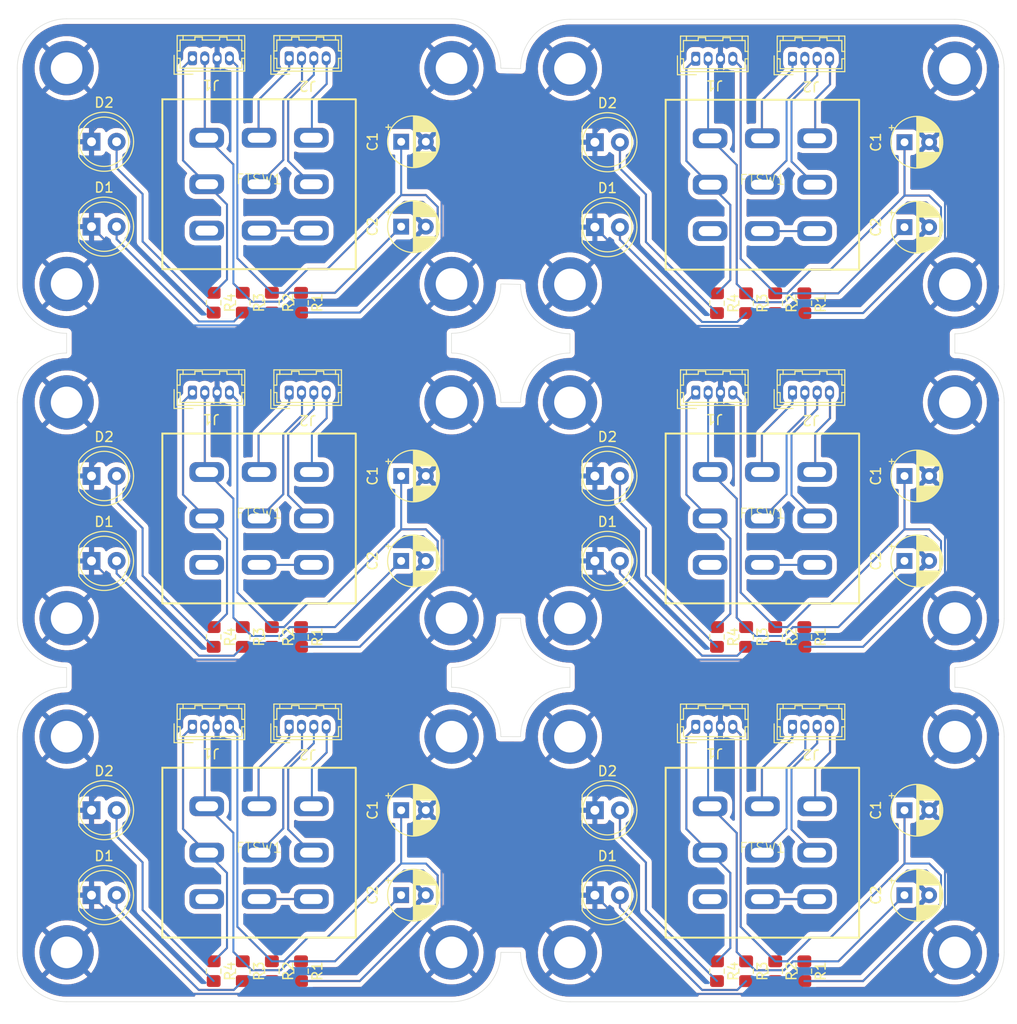
<source format=kicad_pcb>
(kicad_pcb (version 20240108) (generator "pcbnew") (generator_version "8.0")
  (layers (0 "F.Cu" signal) (31 "B.Cu" signal) (34 "B.Paste" user) (35 "F.Paste" user) (36 "B.SilkS" user "B.Silkscreen") (37 "F.SilkS" user "F.Silkscreen") (38 "B.Mask" user) (39 "F.Mask" user) (44 "Edge.Cuts" user))
  (net 0 "")
  (net 1 "+batt")
  (net 2 "GND")
  (net 3 "+4,5v")
  (net 4 "out")
  (net 5 "in")
  (net 6 "+9v")
  (net 7 "Net-(D1-A)")
  (net 8 "Net-(D2-A)")
  (net 9 "effect_in")
  (net 10 "effect_out")
  (net 11 "clean")
  (footprint "Resistor_SMD:R_0805_2012Metric_Pad1.20x1.40mm_HandSolder" (layer "F.Cu") (at 130.9 60.205055 -90)
    (property "Reference" "R4")
    (property "Value" "1kΩ")
  )
  (footprint "Resistor_SMD:R_0805_2012Metric_Pad1.20x1.40mm_HandSolder" (layer "F.Cu") (at 181.9 60.255055 -90)
    (property "Reference" "R4")
    (property "Value" "1kΩ")
  )
  (footprint "" (layer "F.Cu") (at 167 126.005055)
    (property "Reference" "")
    (property "Value" "")
  )
  (footprint "Resistor_SMD:R_0805_2012Metric_Pad1.20x1.40mm_HandSolder" (layer "F.Cu") (at 190.75 60.255055 -90)
    (property "Reference" "R1")
    (property "Value" "10kΩ")
  )
  (footprint "MountingHole:MountingHole_3.2mm_M3_ISO14580_Pad" (layer "F.Cu") (at 206 70.3051)
    (property "Reference" "REF**" (hide yes))
    (property "Value" "MountingHole_3.2mm_M3_ISO14580_Pad" (hide yes))
  )
  (footprint "" (layer "F.Cu") (at 167 104.15505)
    (property "Reference" "")
    (property "Value" "")
  )
  (footprint "Capacitor_THT:CP_Radial_D5.0mm_P2.50mm" (layer "F.Cu") (at 200.894888 86.355055)
    (property "Reference" "C2")
    (property "Value" "100µF")
  )
  (footprint "Footswitch:3PDT Footswitch" (layer "F.Cu") (at 135.5 48.205055)
    (property "Reference" "FTSW1")
    (property "Value" "~")
  )
  (footprint "Resistor_SMD:R_0805_2012Metric_Pad1.20x1.40mm_HandSolder" (layer "F.Cu") (at 136.8 94.055055 -90)
    (property "Reference" "R2")
    (property "Value" "10kΩ")
  )
  (footprint "LED_THT:LED_D5.0mm_Clear" (layer "F.Cu") (at 118.525 86.355055)
    (property "Reference" "D1")
    (property "Value" "EFFECT")
  )
  (footprint "Capacitor_THT:CP_Radial_D5.0mm_P2.50mm" (layer "F.Cu") (at 149.9 43.905055)
    (property "Reference" "C1")
    (property "Value" "10µF")
  )
  (footprint "" (layer "F.Cu") (at 116 70.30505)
    (property "Reference" "")
    (property "Value" "")
  )
  (footprint "Capacitor_THT:CP_Radial_D5.0mm_P2.50mm" (layer "F.Cu") (at 149.9 111.6)
    (property "Reference" "C1")
    (property "Value" "10µF")
  )
  (footprint "LED_THT:LED_D5.0mm_Clear" (layer "F.Cu") (at 118.525 77.755055)
    (property "Reference" "D2")
    (property "Value" "POW")
  )
  (footprint "MountingHole:MountingHole_3.2mm_M3_ISO14580_Pad" (layer "F.Cu") (at 155 126)
    (property "Reference" "REF**" (hide yes))
    (property "Value" "MountingHole_3.2mm_M3_ISO14580_Pad" (hide yes))
  )
  (footprint "LED_THT:LED_D5.0mm_Clear" (layer "F.Cu") (at 118.525 52.505055)
    (property "Reference" "D1")
    (property "Value" "EFFECT")
  )
  (footprint "" (layer "F.Cu") (at 116 92.155055)
    (property "Reference" "")
    (property "Value" "")
  )
  (footprint "LED_THT:LED_D5.0mm_Clear" (layer "F.Cu") (at 118.525 120.2)
    (property "Reference" "D1")
    (property "Value" "EFFECT")
  )
  (footprint "Footswitch:3PDT Footswitch" (layer "F.Cu") (at 186.5 115.905055)
    (property "Reference" "FTSW1")
    (property "Value" "~")
  )
  (footprint "Resistor_SMD:R_0805_2012Metric_Pad1.20x1.40mm_HandSolder" (layer "F.Cu") (at 190.75 94.055055 -90)
    (property "Reference" "R1")
    (property "Value" "10kΩ")
  )
  (footprint "Connector_Hirose:Hirose_DF13-04P-1.25DSA_1x04_P1.25mm_Vertical" (layer "F.Cu") (at 138.55 35.455055)
    (property "Reference" "J2")
    (property "Value" "Conn_01x04_Pin")
  )
  (footprint "" (layer "F.Cu") (at 116 126)
    (property "Reference" "")
    (property "Value" "")
  )
  (footprint "" (layer "F.Cu") (at 116 36.45505)
    (property "Reference" "")
    (property "Value" "")
  )
  (footprint "Resistor_SMD:R_0805_2012Metric_Pad1.20x1.40mm_HandSolder" (layer "F.Cu") (at 139.75 127.9 -90)
    (property "Reference" "R1")
    (property "Value" "10kΩ")
  )
  (footprint "MountingHole:MountingHole_3.2mm_M3_ISO14580_Pad" (layer "F.Cu") (at 206 104.1551)
    (property "Reference" "REF**" (hide yes))
    (property "Value" "MountingHole_3.2mm_M3_ISO14580_Pad" (hide yes))
  )
  (footprint "MountingHole:MountingHole_3.2mm_M3_ISO14580_Pad" (layer "F.Cu") (at 155 58.305055)
    (property "Reference" "REF**" (hide yes))
    (property "Value" "MountingHole_3.2mm_M3_ISO14580_Pad" (hide yes))
  )
  (footprint "Connector_Hirose:Hirose_DF13-04P-1.25DSA_1x04_P1.25mm_Vertical" (layer "F.Cu") (at 179.75 35.505055)
    (property "Reference" "J1")
    (property "Value" "Conn_01x04_Pin")
  )
  (footprint "Connector_Hirose:Hirose_DF13-04P-1.25DSA_1x04_P1.25mm_Vertical" (layer "F.Cu") (at 128.75 35.455055)
    (property "Reference" "J1")
    (property "Value" "Conn_01x04_Pin")
  )
  (footprint "LED_THT:LED_D5.0mm_Clear" (layer "F.Cu") (at 169.525 120.205055)
    (property "Reference" "D1")
    (property "Value" "EFFECT")
  )
  (footprint "Connector_Hirose:Hirose_DF13-04P-1.25DSA_1x04_P1.25mm_Vertical" (layer "F.Cu") (at 179.75 103.155055)
    (property "Reference" "J1")
    (property "Value" "Conn_01x04_Pin")
  )
  (footprint "Resistor_SMD:R_0805_2012Metric_Pad1.20x1.40mm_HandSolder" (layer "F.Cu") (at 187.8 94.055055 -90)
    (property "Reference" "R2")
    (property "Value" "10kΩ")
  )
  (footprint "LED_THT:LED_D5.0mm_Clear" (layer "F.Cu") (at 118.525 43.905055)
    (property "Reference" "D2")
    (property "Value" "POW")
  )
  (footprint "Footswitch:3PDT Footswitch" (layer "F.Cu") (at 135.5 115.9)
    (property "Reference" "FTSW1")
    (property "Value" "~")
  )
  (footprint "Capacitor_THT:CP_Radial_D5.0mm_P2.50mm" (layer "F.Cu") (at 149.9 77.755055)
    (property "Reference" "C1")
    (property "Value" "10µF")
  )
  (footprint "Resistor_SMD:R_0805_2012Metric_Pad1.20x1.40mm_HandSolder" (layer "F.Cu") (at 136.8 60.205055 -90)
    (property "Reference" "R2")
    (property "Value" "10kΩ")
  )
  (footprint "Resistor_SMD:R_0805_2012Metric_Pad1.20x1.40mm_HandSolder" (layer "F.Cu") (at 181.9 127.905055 -90)
    (property "Reference" "R4")
    (property "Value" "1kΩ")
  )
  (footprint "" (layer "F.Cu") (at 167 58.355055)
    (property "Reference" "")
    (property "Value" "")
  )
  (footprint "MountingHole:MountingHole_3.2mm_M3_ISO14580_Pad" (layer "F.Cu") (at 206 92.155055)
    (property "Reference" "REF**" (hide yes))
    (property "Value" "MountingHole_3.2mm_M3_ISO14580_Pad" (hide yes))
  )
  (footprint "Footswitch:3PDT Footswitch" (layer "F.Cu") (at 186.5 48.255055)
    (property "Reference" "FTSW1")
    (property "Value" "~")
  )
  (footprint "Resistor_SMD:R_0805_2012Metric_Pad1.20x1.40mm_HandSolder" (layer "F.Cu") (at 184.85 94.055055 -90)
    (property "Reference" "R3")
    (property "Value" "1kΩ")
  )
  (footprint "Capacitor_THT:CP_Radial_D5.0mm_P2.50mm" (layer "F.Cu") (at 200.9 111.605055)
    (property "Reference" "C1")
    (property "Value" "10µF")
  )
  (footprint "Resistor_SMD:R_0805_2012Metric_Pad1.20x1.40mm_HandSolder" (layer "F.Cu") (at 130.9 94.055055 -90)
    (property "Reference" "R4")
    (property "Value" "1kΩ")
  )
  (footprint "" (layer "F.Cu") (at 167 70.30505)
    (property "Reference" "")
    (property "Value" "")
  )
  (footprint "" (layer "F.Cu") (at 167 36.50505)
    (property "Reference" "")
    (property "Value" "")
  )
  (footprint "Resistor_SMD:R_0805_2012Metric_Pad1.20x1.40mm_HandSolder" (layer "F.Cu") (at 187.8 127.905055 -90)
    (property "Reference" "R2")
    (property "Value" "10kΩ")
  )
  (footprint "Connector_Hirose:Hirose_DF13-04P-1.25DSA_1x04_P1.25mm_Vertical" (layer "F.Cu") (at 189.55 35.505055)
    (property "Reference" "J2")
    (property "Value" "Conn_01x04_Pin")
  )
  (footprint "Capacitor_THT:CP_Radial_D5.0mm_P2.50mm" (layer "F.Cu") (at 200.9 43.955055)
    (property "Reference" "C1")
    (property "Value" "10µF")
  )
  (footprint "MountingHole:MountingHole_3.2mm_M3_ISO14580_Pad" (layer "F.Cu") (at 206 58.355055)
    (property "Reference" "REF**" (hide yes))
    (property "Value" "MountingHole_3.2mm_M3_ISO14580_Pad" (hide yes))
  )
  (footprint "Resistor_SMD:R_0805_2012Metric_Pad1.20x1.40mm_HandSolder" (layer "F.Cu") (at 136.8 127.9 -90)
    (property "Reference" "R2")
    (property "Value" "10kΩ")
  )
  (footprint "Resistor_SMD:R_0805_2012Metric_Pad1.20x1.40mm_HandSolder" (layer "F.Cu") (at 139.75 94.055055 -90)
    (property "Reference" "R1")
    (property "Value" "10kΩ")
  )
  (footprint "LED_THT:LED_D5.0mm_Clear" (layer "F.Cu") (at 169.525 111.605055)
    (property "Reference" "D2")
    (property "Value" "POW")
  )
  (footprint "Connector_Hirose:Hirose_DF13-04P-1.25DSA_1x04_P1.25mm_Vertical" (layer "F.Cu") (at 138.55 69.305055)
    (property "Reference" "J2")
    (property "Value" "Conn_01x04_Pin")
  )
  (footprint "Resistor_SMD:R_0805_2012Metric_Pad1.20x1.40mm_HandSolder" (layer "F.Cu") (at 133.85 94.055055 -90)
    (property "Reference" "R3")
    (property "Value" "1kΩ")
  )
  (footprint "" (layer "F.Cu") (at 167 92.155055)
    (property "Reference" "")
    (property "Value" "")
  )
  (footprint "LED_THT:LED_D5.0mm_Clear" (layer "F.Cu") (at 169.525 86.355055)
    (property "Reference" "D1")
    (property "Value" "EFFECT")
  )
  (footprint "LED_THT:LED_D5.0mm_Clear" (layer "F.Cu") (at 169.525 52.555055)
    (property "Reference" "D1")
    (property "Value" "EFFECT")
  )
  (footprint "" (layer "F.Cu") (at 116 58.305055)
    (property "Reference" "")
    (property "Value" "")
  )
  (footprint "Footswitch:3PDT Footswitch" (layer "F.Cu") (at 186.5 82.055055)
    (property "Reference" "FTSW1")
    (property "Value" "~")
  )
  (footprint "LED_THT:LED_D5.0mm_Clear" (layer "F.Cu") (at 118.525 111.6)
    (property "Reference" "D2")
    (property "Value" "POW")
  )
  (footprint "Resistor_SMD:R_0805_2012Metric_Pad1.20x1.40mm_HandSolder" (layer "F.Cu") (at 184.85 127.905055 -90)
    (property "Reference" "R3")
    (property "Value" "1kΩ")
  )
  (footprint "Connector_Hirose:Hirose_DF13-04P-1.25DSA_1x04_P1.25mm_Vertical" (layer "F.Cu") (at 128.75 69.305055)
    (property "Reference" "J1")
    (property "Value" "Conn_01x04_Pin")
  )
  (footprint "Capacitor_THT:CP_Radial_D5.0mm_P2.50mm" (layer "F.Cu") (at 200.9 77.755055)
    (property "Reference" "C1")
    (property "Value" "10µF")
  )
  (footprint "Resistor_SMD:R_0805_2012Metric_Pad1.20x1.40mm_HandSolder" (layer "F.Cu") (at 133.85 127.9 -90)
    (property "Reference" "R3")
    (property "Value" "1kΩ")
  )
  (footprint "Resistor_SMD:R_0805_2012Metric_Pad1.20x1.40mm_HandSolder" (layer "F.Cu") (at 133.85 60.205055 -90)
    (property "Reference" "R3")
    (property "Value" "1kΩ")
  )
  (footprint "Capacitor_THT:CP_Radial_D5.0mm_P2.50mm" (layer "F.Cu") (at 149.894888 120.2)
    (property "Reference" "C2")
    (property "Value" "100µF")
  )
  (footprint "LED_THT:LED_D5.0mm_Clear" (layer "F.Cu") (at 169.525 77.755055)
    (property "Reference" "D2")
    (property "Value" "POW")
  )
  (footprint "MountingHole:MountingHole_3.2mm_M3_ISO14580_Pad" (layer "F.Cu") (at 206 36.5051)
    (property "Reference" "REF**" (hide yes))
    (property "Value" "MountingHole_3.2mm_M3_ISO14580_Pad" (hide yes))
  )
  (footprint "Resistor_SMD:R_0805_2012Metric_Pad1.20x1.40mm_HandSolder" (layer "F.Cu") (at 187.8 60.255055 -90)
    (property "Reference" "R2")
    (property "Value" "10kΩ")
  )
  (footprint "MountingHole:MountingHole_3.2mm_M3_ISO14580_Pad" (layer "F.Cu") (at 155 36.4551)
    (property "Reference" "REF**" (hide yes))
    (property "Value" "MountingHole_3.2mm_M3_ISO14580_Pad" (hide yes))
  )
  (footprint "MountingHole:MountingHole_3.2mm_M3_ISO14580_Pad" (layer "F.Cu") (at 206 126.005055)
    (property "Reference" "REF**" (hide yes))
    (property "Value" "MountingHole_3.2mm_M3_ISO14580_Pad" (hide yes))
  )
  (footprint "Connector_Hirose:Hirose_DF13-04P-1.25DSA_1x04_P1.25mm_Vertical" (layer "F.Cu") (at 138.55 103.15)
    (property "Reference" "J2")
    (property "Value" "Conn_01x04_Pin")
  )
  (footprint "MountingHole:MountingHole_3.2mm_M3_ISO14580_Pad" (layer "F.Cu") (at 155 104.150045)
    (property "Reference" "REF**" (hide yes))
    (property "Value" "MountingHole_3.2mm_M3_ISO14580_Pad" (hide yes))
  )
  (footprint "Resistor_SMD:R_0805_2012Metric_Pad1.20x1.40mm_HandSolder" (layer "F.Cu") (at 130.9 127.9 -90)
    (property "Reference" "R4")
    (property "Value" "1kΩ")
  )
  (footprint "Resistor_SMD:R_0805_2012Metric_Pad1.20x1.40mm_HandSolder" (layer "F.Cu") (at 139.75 60.205055 -90)
    (property "Reference" "R1")
    (property "Value" "10kΩ")
  )
  (footprint "Capacitor_THT:CP_Radial_D5.0mm_P2.50mm" (layer "F.Cu") (at 149.894888 52.505055)
    (property "Reference" "C2")
    (property "Value" "100µF")
  )
  (footprint "Footswitch:3PDT Footswitch" (layer "F.Cu") (at 135.5 82.055055)
    (property "Reference" "FTSW1")
    (property "Value" "~")
  )
  (footprint "Capacitor_THT:CP_Radial_D5.0mm_P2.50mm" (layer "F.Cu") (at 149.894888 86.355055)
    (property "Reference" "C2")
    (property "Value" "100µF")
  )
  (footprint "Capacitor_THT:CP_Radial_D5.0mm_P2.50mm" (layer "F.Cu") (at 200.894888 120.205055)
    (property "Reference" "C2")
    (property "Value" "100µF")
  )
  (footprint "Capacitor_THT:CP_Radial_D5.0mm_P2.50mm" (layer "F.Cu") (at 200.894888 52.555055)
    (property "Reference" "C2")
    (property "Value" "100µF")
  )
  (footprint "Connector_Hirose:Hirose_DF13-04P-1.25DSA_1x04_P1.25mm_Vertical" (layer "F.Cu") (at 189.55 103.155055)
    (property "Reference" "J2")
    (property "Value" "Conn_01x04_Pin")
  )
  (footprint "LED_THT:LED_D5.0mm_Clear" (layer "F.Cu") (at 169.525 43.955055)
    (property "Reference" "D2")
    (property "Value" "POW")
  )
  (footprint "Connector_Hirose:Hirose_DF13-04P-1.25DSA_1x04_P1.25mm_Vertical" (layer "F.Cu") (at 189.55 69.305055)
    (property "Reference" "J2")
    (property "Value" "Conn_01x04_Pin")
  )
  (footprint "Resistor_SMD:R_0805_2012Metric_Pad1.20x1.40mm_HandSolder" (layer "F.Cu") (at 190.75 127.905055 -90)
    (property "Reference" "R1")
    (property "Value" "10kΩ")
  )
  (footprint "" (layer "F.Cu") (at 116 104.149995)
    (property "Reference" "")
    (property "Value" "")
  )
  (footprint "Connector_Hirose:Hirose_DF13-04P-1.25DSA_1x04_P1.25mm_Vertical" (layer "F.Cu") (at 179.75 69.305055)
    (property "Reference" "J1")
    (property "Value" "Conn_01x04_Pin")
  )
  (footprint "Resistor_SMD:R_0805_2012Metric_Pad1.20x1.40mm_HandSolder" (layer "F.Cu") (at 184.85 60.255055 -90)
    (property "Reference" "R3")
    (property "Value" "1kΩ")
  )
  (footprint "Connector_Hirose:Hirose_DF13-04P-1.25DSA_1x04_P1.25mm_Vertical" (layer "F.Cu") (at 128.75 103.15)
    (property "Reference" "J1")
    (property "Value" "Conn_01x04_Pin")
  )
  (footprint "Resistor_SMD:R_0805_2012Metric_Pad1.20x1.40mm_HandSolder" (layer "F.Cu") (at 181.9 94.055055 -90)
    (property "Reference" "R4")
    (property "Value" "1kΩ")
  )
  (footprint "MountingHole:MountingHole_3.2mm_M3_ISO14580_Pad" (layer "F.Cu") (at 155 92.155055)
    (property "Reference" "REF**" (hide yes))
    (property "Value" "MountingHole_3.2mm_M3_ISO14580_Pad" (hide yes))
  )
  (footprint "MountingHole:MountingHole_3.2mm_M3_ISO14580_Pad" (layer "F.Cu") (at 155 70.3051)
    (property "Reference" "REF**" (hide yes))
    (property "Value" "MountingHole_3.2mm_M3_ISO14580_Pad" (hide yes))
  )
  (gr_arc (start 116 97.155055) (mid 112.464475 95.69058) (end 111 92.155055) (stroke (width 0.05)) (layer "Edge.Cuts"))
  (gr_arc (start 155 31.455055) (mid 158.535541 32.919513) (end 160 36.455055) (stroke (width 0.05)) (layer "Edge.Cuts"))
  (gr_arc (start 160 92.155055) (mid 158.535535 95.690589) (end 155 97.155055) (stroke (width 0.05)) (layer "Edge.Cuts"))
  (gr_arc (start 116 131) (mid 112.464475 129.535525) (end 111 126) (stroke (width 0.05)) (layer "Edge.Cuts"))
  (gr_line (start 167 31.505055) (end 206 31.505055) (stroke (width 0.05)) (layer "Edge.Cuts"))
  (gr_arc (start 211 126.005055) (mid 209.535535 129.540589) (end 206 131.005055) (stroke (width 0.05)) (layer "Edge.Cuts"))
  (gr_arc (start 116 63.305055) (mid 112.464475 61.84058) (end 111 58.305055) (stroke (width 0.05)) (layer "Edge.Cuts"))
  (gr_arc (start 162 104.155055) (mid 163.464463 100.619518) (end 167 99.155055) (stroke (width 0.05)) (layer "Edge.Cuts"))
  (gr_line (start 160 70.305055) (end 162 70.305055) (stroke (width 0.05)) (layer "Edge.Cuts"))
  (gr_line (start 160 92.155055) (end 162 92.155055) (stroke (width 0.05)) (layer "Edge.Cuts"))
  (gr_line (start 167 63.355055) (end 167 65.305055) (stroke (width 0.05)) (layer "Edge.Cuts"))
  (gr_line (start 211 70.305055) (end 211 92.155055) (stroke (width 0.05)) (layer "Edge.Cuts"))
  (gr_line (start 111 92.155055) (end 111 70.305055) (stroke (width 0.05)) (layer "Edge.Cuts"))
  (gr_arc (start 155 65.305055) (mid 158.535541 66.769513) (end 160 70.305055) (stroke (width 0.05)) (layer "Edge.Cuts"))
  (gr_arc (start 162 70.305055) (mid 163.464463 66.769518) (end 167 65.305055) (stroke (width 0.05)) (layer "Edge.Cuts"))
  (gr_line (start 116 97.155055) (end 116 99.15) (stroke (width 0.05)) (layer "Edge.Cuts"))
  (gr_line (start 116 63.305055) (end 116 65.305055) (stroke (width 0.05)) (layer "Edge.Cuts"))
  (gr_arc (start 206 99.155055) (mid 209.535541 100.619513) (end 211 104.155055) (stroke (width 0.05)) (layer "Edge.Cuts"))
  (gr_line (start 116 31.455055) (end 155 31.455055) (stroke (width 0.05)) (layer "Edge.Cuts"))
  (gr_arc (start 155 99.15) (mid 158.535541 100.614458) (end 160 104.15) (stroke (width 0.05)) (layer "Edge.Cuts"))
  (gr_arc (start 111 36.455055) (mid 112.464463 32.919518) (end 116 31.455055) (stroke (width 0.05)) (layer "Edge.Cuts"))
  (gr_arc (start 160 58.305055) (mid 158.535535 61.840589) (end 155 63.305055) (stroke (width 0.05)) (layer "Edge.Cuts"))
  (gr_arc (start 206 65.305055) (mid 209.535541 66.769513) (end 211 70.305055) (stroke (width 0.05)) (layer "Edge.Cuts"))
  (gr_line (start 111 126) (end 111 104.15) (stroke (width 0.05)) (layer "Edge.Cuts"))
  (gr_line (start 160 36.455055) (end 162 36.505055) (stroke (width 0.05)) (layer "Edge.Cuts"))
  (gr_line (start 167 97.155055) (end 167 99.155055) (stroke (width 0.05)) (layer "Edge.Cuts"))
  (gr_line (start 155 131) (end 116 131) (stroke (width 0.05)) (layer "Edge.Cuts"))
  (gr_line (start 211 104.155055) (end 211 126.005055) (stroke (width 0.05)) (layer "Edge.Cuts"))
  (gr_arc (start 206 31.505055) (mid 209.535541 32.969513) (end 211 36.505055) (stroke (width 0.05)) (layer "Edge.Cuts"))
  (gr_line (start 206 63.355055) (end 206 65.305055) (stroke (width 0.05)) (layer "Edge.Cuts"))
  (gr_arc (start 111 70.305055) (mid 112.464463 66.769518) (end 116 65.305055) (stroke (width 0.05)) (layer "Edge.Cuts"))
  (gr_arc (start 211 58.355055) (mid 209.535535 61.890589) (end 206 63.355055) (stroke (width 0.05)) (layer "Edge.Cuts"))
  (gr_line (start 160 58.305055) (end 162 58.355055) (stroke (width 0.05)) (layer "Edge.Cuts"))
  (gr_line (start 160 104.15) (end 162 104.155055) (stroke (width 0.05)) (layer "Edge.Cuts"))
  (gr_line (start 211 36.505055) (end 211 58.355055) (stroke (width 0.05)) (layer "Edge.Cuts"))
  (gr_arc (start 211 92.155055) (mid 209.535535 95.690589) (end 206 97.155055) (stroke (width 0.05)) (layer "Edge.Cuts"))
  (gr_line (start 206 97.155055) (end 206 99.155055) (stroke (width 0.05)) (layer "Edge.Cuts"))
  (gr_line (start 155 63.305055) (end 155 65.305055) (stroke (width 0.05)) (layer "Edge.Cuts"))
  (gr_line (start 206 131.005055) (end 167 131.005055) (stroke (width 0.05)) (layer "Edge.Cuts"))
  (gr_arc (start 167 131.005055) (mid 163.464475 129.54058) (end 162 126.005055) (stroke (width 0.05)) (layer "Edge.Cuts"))
  (gr_arc (start 167 63.355055) (mid 163.464475 61.89058) (end 162 58.355055) (stroke (width 0.05)) (layer "Edge.Cuts"))
  (gr_line (start 160 126) (end 162 126.005055) (stroke (width 0.05)) (layer "Edge.Cuts"))
  (gr_arc (start 160 126) (mid 158.535535 129.535534) (end 155 131) (stroke (width 0.05)) (layer "Edge.Cuts"))
  (gr_line (start 111 58.305055) (end 111 36.455055) (stroke (width 0.05)) (layer "Edge.Cuts"))
  (gr_arc (start 111 104.15) (mid 112.464463 100.614463) (end 116 99.15) (stroke (width 0.05)) (layer "Edge.Cuts"))
  (gr_line (start 155 97.155055) (end 155 99.15) (stroke (width 0.05)) (layer "Edge.Cuts"))
  (gr_arc (start 167 97.155055) (mid 163.464475 95.69058) (end 162 92.155055) (stroke (width 0.05)) (layer "Edge.Cuts"))
  (gr_arc (start 162 36.505055) (mid 163.464463 32.969518) (end 167 31.505055) (stroke (width 0.05)) (layer "Edge.Cuts"))
  (segment (start 178.8 104.1) (end 178.8 113.5) (width 0.2) (layer "F.Cu") (net 1))
  (segment (start 130.2 48.205055) (end 132.25 50.255055) (width 0.2) (layer "F.Cu") (net 1))
  (segment (start 183.25 57.905055) (end 181.9 59.255055) (width 0.2) (layer "F.Cu") (net 1))
  (segment (start 178.8 79.65) (end 181.2 82.05) (width 0.2) (layer "F.Cu") (net 1))
  (segment (start 132.25 84.105055) (end 132.25 91.705055) (width 0.2) (layer "F.Cu") (net 1))
  (segment (start 127.8 79.65) (end 130.2 82.05) (width 0.2) (layer "F.Cu") (net 1))
  (segment (start 179.75 35.5) (end 178.8 36.45) (width 0.2) (layer "F.Cu") (net 1))
  (segment (start 183.25 117.955055) (end 183.25 125.555055) (width 0.2) (layer "F.Cu") (net 1))
  (segment (start 178.8 45.85) (end 181.2 48.25) (width 0.2) (layer "F.Cu") (net 1))
  (segment (start 132.25 57.855055) (end 130.9 59.205055) (width 0.2) (layer "F.Cu") (net 1))
  (segment (start 181.2 48.255055) (end 183.25 50.305055) (width 0.2) (layer "F.Cu") (net 1))
  (segment (start 181.2 115.905055) (end 183.25 117.955055) (width 0.2) (layer "F.Cu") (net 1))
  (segment (start 127.8 104.1) (end 127.8 113.5) (width 0.2) (layer "F.Cu") (net 1))
  (segment (start 128.75 69.3) (end 127.8 70.25) (width 0.2) (layer "F.Cu") (net 1))
  (segment (start 179.75 69.3) (end 178.8 70.25) (width 0.2) (layer "F.Cu") (net 1))
  (segment (start 132.25 117.95) (end 132.25 125.55) (width 0.2) (layer "F.Cu") (net 1))
  (segment (start 178.8 36.45) (end 178.8 45.85) (width 0.2) (layer "F.Cu") (net 1))
  (segment (start 127.8 45.8) (end 130.2 48.2) (width 0.2) (layer "F.Cu") (net 1))
  (segment (start 127.8 70.25) (end 127.8 79.65) (width 0.2) (layer "F.Cu") (net 1))
  (segment (start 181.2 82.055055) (end 183.25 84.105055) (width 0.2) (layer "F.Cu") (net 1))
  (segment (start 130.2 82.055055) (end 132.25 84.105055) (width 0.2) (layer "F.Cu") (net 1))
  (segment (start 178.8 70.25) (end 178.8 79.65) (width 0.2) (layer "F.Cu") (net 1))
  (segment (start 179.75 103.15) (end 178.8 104.1) (width 0.2) (layer "F.Cu") (net 1))
  (segment (start 127.8 36.4) (end 127.8 45.8) (width 0.2) (layer "F.Cu") (net 1))
  (segment (start 127.8 113.5) (end 130.2 115.9) (width 0.2) (layer "F.Cu") (net 1))
  (segment (start 178.8 113.5) (end 181.2 115.9) (width 0.2) (layer "F.Cu") (net 1))
  (segment (start 132.25 91.705055) (end 130.9 93.055055) (width 0.2) (layer "F.Cu") (net 1))
  (segment (start 130.2 115.9) (end 132.25 117.95) (width 0.2) (layer "F.Cu") (net 1))
  (segment (start 128.75 35.45) (end 127.8 36.4) (width 0.2) (layer "F.Cu") (net 1))
  (segment (start 183.25 91.705055) (end 181.9 93.055055) (width 0.2) (layer "F.Cu") (net 1))
  (segment (start 183.25 125.555055) (end 181.9 126.905055) (width 0.2) (layer "F.Cu") (net 1))
  (segment (start 183.25 50.305055) (end 183.25 57.905055) (width 0.2) (layer "F.Cu") (net 1))
  (segment (start 128.75 103.15) (end 127.8 104.1) (width 0.2) (layer "F.Cu") (net 1))
  (segment (start 132.25 50.255055) (end 132.25 57.855055) (width 0.2) (layer "F.Cu") (net 1))
  (segment (start 183.25 84.105055) (end 183.25 91.705055) (width 0.2) (layer "F.Cu") (net 1))
  (segment (start 132.25 125.55) (end 130.9 126.9) (width 0.2) (layer "F.Cu") (net 1))
  (segment (start 183.25 84.105055) (end 183.25 91.705055) (width 0.2) (layer "B.Cu") (net 1))
  (segment (start 181.2 115.905055) (end 183.25 117.955055) (width 0.2) (layer "B.Cu") (net 1))
  (segment (start 179.75 103.155055) (end 178.8 104.105055) (width 0.2) (layer "B.Cu") (net 1))
  (segment (start 183.25 50.305055) (end 183.25 57.905055) (width 0.2) (layer "B.Cu") (net 1))
  (segment (start 178.8 113.505055) (end 181.2 115.905055) (width 0.2) (layer "B.Cu") (net 1))
  (segment (start 132.25 117.95) (end 132.25 125.55) (width 0.2) (layer "B.Cu") (net 1))
  (segment (start 128.75 35.455055) (end 127.8 36.405055) (width 0.2) (layer "B.Cu") (net 1))
  (segment (start 183.25 125.555055) (end 181.9 126.905055) (width 0.2) (layer "B.Cu") (net 1))
  (segment (start 183.25 117.955055) (end 183.25 125.555055) (width 0.2) (layer "B.Cu") (net 1))
  (segment (start 132.25 84.105055) (end 132.25 91.705055) (width 0.2) (layer "B.Cu") (net 1))
  (segment (start 132.25 91.705055) (end 130.9 93.055055) (width 0.2) (layer "B.Cu") (net 1))
  (segment (start 130.2 115.9) (end 132.25 117.95) (width 0.2) (layer "B.Cu") (net 1))
  (segment (start 183.25 57.905055) (end 181.9 59.255055) (width 0.2) (layer "B.Cu") (net 1))
  (segment (start 130.2 48.205055) (end 132.25 50.255055) (width 0.2) (layer "B.Cu") (net 1))
  (segment (start 179.75 69.305055) (end 178.8 70.255055) (width 0.2) (layer "B.Cu") (net 1))
  (segment (start 127.8 79.655055) (end 130.2 82.055055) (width 0.2) (layer "B.Cu") (net 1))
  (segment (start 127.8 45.805055) (end 130.2 48.205055) (width 0.2) (layer "B.Cu") (net 1))
  (segment (start 128.75 103.15) (end 127.8 104.1) (width 0.2) (layer "B.Cu") (net 1))
  (segment (start 127.8 113.5) (end 130.2 115.9) (width 0.2) (layer "B.Cu") (net 1))
  (segment (start 178.8 45.855055) (end 181.2 48.255055) (width 0.2) (layer "B.Cu") (net 1))
  (segment (start 178.8 79.655055) (end 181.2 82.055055) (width 0.2) (layer "B.Cu") (net 1))
  (segment (start 127.8 70.255055) (end 127.8 79.655055) (width 0.2) (layer "B.Cu") (net 1))
  (segment (start 181.2 48.255055) (end 183.25 50.305055) (width 0.2) (layer "B.Cu") (net 1))
  (segment (start 179.75 35.505055) (end 178.8 36.455055) (width 0.2) (layer "B.Cu") (net 1))
  (segment (start 127.8 104.1) (end 127.8 113.5) (width 0.2) (layer "B.Cu") (net 1))
  (segment (start 181.2 82.055055) (end 183.25 84.105055) (width 0.2) (layer "B.Cu") (net 1))
  (segment (start 132.25 57.855055) (end 130.9 59.205055) (width 0.2) (layer "B.Cu") (net 1))
  (segment (start 128.75 69.305055) (end 127.8 70.255055) (width 0.2) (layer "B.Cu") (net 1))
  (segment (start 178.8 104.105055) (end 178.8 113.505055) (width 0.2) (layer "B.Cu") (net 1))
  (segment (start 132.25 125.55) (end 130.9 126.9) (width 0.2) (layer "B.Cu") (net 1))
  (segment (start 130.2 82.055055) (end 132.25 84.105055) (width 0.2) (layer "B.Cu") (net 1))
  (segment (start 178.8 36.455055) (end 178.8 45.855055) (width 0.2) (layer "B.Cu") (net 1))
  (segment (start 127.8 36.405055) (end 127.8 45.805055) (width 0.2) (layer "B.Cu") (net 1))
  (segment (start 132.25 50.255055) (end 132.25 57.855055) (width 0.2) (layer "B.Cu") (net 1))
  (segment (start 178.8 70.255055) (end 178.8 79.655055) (width 0.2) (layer "B.Cu") (net 1))
  (segment (start 183.25 91.705055) (end 181.9 93.055055) (width 0.2) (layer "B.Cu") (net 1))
  (segment (start 118.525 52.505055) (end 128.525 62.505055) (width 0.2) (layer "F.Cu") (net 2))
  (segment (start 145.7 95.955055) (end 137.7 95.955055) (width 0.2) (layer "F.Cu") (net 2))
  (segment (start 127.55 67.8) (end 131.25 67.8) (width 0.2) (layer "F.Cu") (net 2))
  (segment (start 205 53.855055) (end 196.7 62.155055) (width 0.2) (layer "F.Cu") (net 2))
  (segment (start 205 121.505055) (end 196.7 129.805055) (width 0.2) (layer "F.Cu") (net 2))
  (segment (start 188.7 62.155055) (end 187.8 61.255055) (width 0.2) (layer "F.Cu") (net 2))
  (segment (start 182.25 34) (end 182.25 35.5) (width 0.2) (layer "F.Cu") (net 2))
  (segment (start 182.25 67.8) (end 182.25 69.3) (width 0.2) (layer "F.Cu") (net 2))
  (segment (start 203.394888 52.555055) (end 195.794888 60.155055) (width 0.2) (layer "F.Cu") (net 2))
  (segment (start 169.525 43.955055) (end 169.525 52.555055) (width 0.2) (layer "F.Cu") (net 2))
  (segment (start 138.6 60.105055) (end 137.5 61.205055) (width 0.2) (layer "F.Cu") (net 2))
  (segment (start 118.525 76.825) (end 127.55 67.8) (width 0.2) (layer "F.Cu") (net 2))
  (segment (start 189.6 93.955055) (end 188.5 95.055055) (width 0.2) (layer "F.Cu") (net 2))
  (segment (start 152.4 111.6) (end 154 113.2) (width 0.2) (layer "F.Cu") (net 2))
  (segment (start 188.7 95.955055) (end 187.8 95.055055) (width 0.2) (layer "F.Cu") (net 2))
  (segment (start 205 113.205055) (end 205 121.505055) (width 0.2) (layer "F.Cu") (net 2))
  (segment (start 118.525 120.2) (end 128.525 130.2) (width 0.2) (layer "F.Cu") (net 2))
  (segment (start 203.4 77.755055) (end 205 79.355055) (width 0.2) (layer "F.Cu") (net 2))
  (segment (start 145.7 129.8) (end 137.7 129.8) (width 0.2) (layer "F.Cu") (net 2))
  (segment (start 203.394888 120.205055) (end 195.794888 127.805055) (width 0.2) (layer "F.Cu") (net 2))
  (segment (start 169.525 120.205055) (end 179.525 130.205055) (width 0.2) (layer "F.Cu") (net 2))
  (segment (start 137.7 62.105055) (end 136.8 61.205055) (width 0.2) (layer "F.Cu") (net 2))
  (segment (start 169.525 77.755055) (end 169.525 86.355055) (width 0.2) (layer "F.Cu") (net 2))
  (segment (start 196.7 95.955055) (end 188.7 95.955055) (width 0.2) (layer "F.Cu") (net 2))
  (segment (start 152.394888 52.505055) (end 144.794888 60.105055) (width 0.2) (layer "F.Cu") (net 2))
  (segment (start 152.4 43.905055) (end 154 45.505055) (width 0.2) (layer "F.Cu") (net 2))
  (segment (start 178.55 101.65) (end 182.25 101.65) (width 0.2) (layer "F.Cu") (net 2))
  (segment (start 196.7 129.805055) (end 188.7 129.805055) (width 0.2) (layer "F.Cu") (net 2))
  (segment (start 196.7 62.155055) (end 188.7 62.155055) (width 0.2) (layer "F.Cu") (net 2))
  (segment (start 128.525 62.505055) (end 135.5 62.505055) (width 0.2) (layer "F.Cu") (net 2))
  (segment (start 205 79.355055) (end 205 87.655055) (width 0.2) (layer "F.Cu") (net 2))
  (segment (start 137.5 95.055055) (end 136.8 95.055055) (width 0.2) (layer "F.Cu") (net 2))
  (segment (start 154 53.805055) (end 145.7 62.105055) (width 0.2) (layer "F.Cu") (net 2))
  (segment (start 135.5 96.355055) (end 136.8 95.055055) (width 0.2) (layer "F.Cu") (net 2))
  (segment (start 169.525 111.605055) (end 169.525 120.205055) (width 0.2) (layer "F.Cu") (net 2))
  (segment (start 144.794888 127.8) (end 138.6 127.8) (width 0.2) (layer "F.Cu") (net 2))
  (segment (start 169.525 52.555055) (end 179.525 62.555055) (width 0.2) (layer "F.Cu") (net 2))
  (segment (start 118.525 110.675) (end 127.55 101.65) (width 0.2) (layer "F.Cu") (net 2))
  (segment (start 135.5 62.505055) (end 136.8 61.205055) (width 0.2) (layer "F.Cu") (net 2))
  (segment (start 137.5 128.9) (end 136.8 128.9) (width 0.2) (layer "F.Cu") (net 2))
  (segment (start 186.5 130.205055) (end 187.8 128.905055) (width 0.2) (layer "F.Cu") (net 2))
  (segment (start 127.55 33.95) (end 131.25 33.95) (width 0.2) (layer "F.Cu") (net 2))
  (segment (start 118.525 43.905055) (end 118.525 52.505055) (width 0.2) (layer "F.Cu") (net 2))
  (segment (start 178.55 67.8) (end 182.25 67.8) (width 0.2) (layer "F.Cu") (net 2))
  (segment (start 138.6 127.8) (end 137.5 128.9) (width 0.2) (layer "F.Cu") (net 2))
  (segment (start 118.525 42.975) (end 127.55 33.95) (width 0.2) (layer "F.Cu") (net 2))
  (segment (start 195.794888 127.805055) (end 189.6 127.805055) (width 0.2) (layer "F.Cu") (net 2))
  (segment (start 205 45.555055) (end 205 53.855055) (width 0.2) (layer "F.Cu") (net 2))
  (segment (start 154 79.355055) (end 154 87.655055) (width 0.2) (layer "F.Cu") (net 2))
  (segment (start 127.55 101.65) (end 131.25 101.65) (width 0.2) (layer "F.Cu") (net 2))
  (segment (start 182.25 101.65) (end 182.25 103.15) (width 0.2) (layer "F.Cu") (net 2))
  (segment (start 195.794888 93.955055) (end 189.6 93.955055) (width 0.2) (layer "F.Cu") (net 2))
  (segment (start 178.55 34) (end 182.25 34) (width 0.2) (layer "F.Cu") (net 2))
  (segment (start 203.4 111.605055) (end 205 113.205055) (width 0.2) (layer "F.Cu") (net 2))
  (segment (start 188.5 95.055055) (end 187.8 95.055055) (width 0.2) (layer "F.Cu") (net 2))
  (segment (start 128.525 96.355055) (end 135.5 96.355055) (width 0.2) (layer "F.Cu") (net 2))
  (segment (start 188.7 129.805055) (end 187.8 128.905055) (width 0.2) (layer "F.Cu") (net 2))
  (segment (start 169.525 43.025) (end 178.55 34) (width 0.2) (layer "F.Cu") (net 2))
  (segment (start 118.525 86.355055) (end 128.525 96.355055) (width 0.2) (layer "F.Cu") (net 2))
  (segment (start 189.6 127.805055) (end 188.5 128.905055) (width 0.2) (layer "F.Cu") (net 2))
  (segment (start 137.5 61.205055) (end 136.8 61.205055) (width 0.2) (layer "F.Cu") (net 2))
  (segment (start 144.794888 60.105055) (end 138.6 60.105055) (width 0.2) (layer "F.Cu") (net 2))
  (segment (start 179.525 96.355055) (end 186.5 96.355055) (width 0.2) (layer "F.Cu") (net 2))
  (segment (start 131.25 101.65) (end 131.25 103.15) (width 0.2) (layer "F.Cu") (net 2))
  (segment (start 137.7 129.8) (end 136.8 128.9) (width 0.2) (layer "F.Cu") (net 2))
  (segment (start 131.25 33.95) (end 131.25 35.45) (width 0.2) (layer "F.Cu") (net 2))
  (segment (start 118.525 77.755055) (end 118.525 86.355055) (width 0.2) (layer "F.Cu") (net 2))
  (segment (start 203.4 43.955055) (end 205 45.555055) (width 0.2) (layer "F.Cu") (net 2))
  (segment (start 135.5 130.2) (end 136.8 128.9) (width 0.2) (layer "F.Cu") (net 2))
  (segment (start 154 121.5) (end 145.7 129.8) (width 0.2) (layer "F.Cu") (net 2))
  (segment (start 154 45.505055) (end 154 53.805055) (width 0.2) (layer "F.Cu") (net 2))
  (segment (start 169.525 86.355055) (end 179.525 96.355055) (width 0.2) (layer "F.Cu") (net 2))
  (segment (start 152.4 77.755055) (end 154 79.355055) (width 0.2) (layer "F.Cu") (net 2))
  (segment (start 154 87.655055) (end 145.7 95.955055) (width 0.2) (layer "F.Cu") (net 2))
  (segment (start 188.5 128.905055) (end 187.8 128.905055) (width 0.2) (layer "F.Cu") (net 2))
  (segment (start 152.394888 86.355055) (end 144.794888 93.955055) (width 0.2) (layer "F.Cu") (net 2))
  (segment (start 188.5 61.255055) (end 187.8 61.255055) (width 0.2) (layer "F.Cu") (net 2))
  (segment (start 128.525 130.2) (end 135.5 130.2) (width 0.2) (layer "F.Cu") (net 2))
  (segment (start 169.525 76.825) (end 178.55 67.8) (width 0.2) (layer "F.Cu") (net 2))
  (segment (start 186.5 62.555055) (end 187.8 61.255055) (width 0.2) (layer "F.Cu") (net 2))
  (segment (start 189.6 60.155055) (end 188.5 61.255055) (width 0.2) (layer "F.Cu") (net 2))
  (segment (start 152.394888 120.2) (end 144.794888 127.8) (width 0.2) (layer "F.Cu") (net 2))
  (segment (start 205 87.655055) (end 196.7 95.955055) (width 0.2) (layer "F.Cu") (net 2))
  (segment (start 179.525 130.205055) (end 186.5 130.205055) (width 0.2) (layer "F.Cu") (net 2))
  (segment (start 131.25 67.8) (end 131.25 69.3) (width 0.2) (layer "F.Cu") (net 2))
  (segment (start 138.6 93.955055) (end 137.5 95.055055) (width 0.2) (layer "F.Cu") (net 2))
  (segment (start 203.394888 86.355055) (end 195.794888 93.955055) (width 0.2) (layer "F.Cu") (net 2))
  (segment (start 145.7 62.105055) (end 137.7 62.105055) (width 0.2) (layer "F.Cu") (net 2))
  (segment (start 195.794888 60.155055) (end 189.6 60.155055) (width 0.2) (layer "F.Cu") (net 2))
  (segment (start 169.525 110.675) (end 178.55 101.65) (width 0.2) (layer "F.Cu") (net 2))
  (segment (start 179.525 62.555055) (end 186.5 62.555055) (width 0.2) (layer "F.Cu") (net 2))
  (segment (start 137.7 95.955055) (end 136.8 95.055055) (width 0.2) (layer "F.Cu") (net 2))
  (segment (start 186.5 96.355055) (end 187.8 95.055055) (width 0.2) (layer "F.Cu") (net 2))
  (segment (start 118.525 111.6) (end 118.525 120.2) (width 0.2) (layer "F.Cu") (net 2))
  (segment (start 154 113.2) (end 154 121.5) (width 0.2) (layer "F.Cu") (net 2))
  (segment (start 144.794888 93.955055) (end 138.6 93.955055) (width 0.2) (layer "F.Cu") (net 2))
  (segment (start 118.525 43.905055) (end 118.525 42.980055) (width 0.2) (layer "B.Cu") (net 2))
  (segment (start 205 45.555055) (end 205 53.855055) (width 0.2) (layer "B.Cu") (net 2))
  (segment (start 137.7 95.955055) (end 136.8 95.055055) (width 0.2) (layer "B.Cu") (net 2))
  (segment (start 118.525 77.755055) (end 118.525 86.355055) (width 0.2) (layer "B.Cu") (net 2))
  (segment (start 189.6 127.805055) (end 188.5 128.905055) (width 0.2) (layer "B.Cu") (net 2))
  (segment (start 154 79.355055) (end 154 87.655055) (width 0.2) (layer "B.Cu") (net 2))
  (segment (start 118.525 110.675) (end 127.55 101.65) (width 0.2) (layer "B.Cu") (net 2))
  (segment (start 118.525 42.980055) (end 127.55 33.955055) (width 0.2) (layer "B.Cu") (net 2))
  (segment (start 188.5 128.905055) (end 187.8 128.905055) (width 0.2) (layer "B.Cu") (net 2))
  (segment (start 135.5 130.2) (end 136.8 128.9) (width 0.2) (layer "B.Cu") (net 2))
  (segment (start 127.55 101.65) (end 131.25 101.65) (width 0.2) (layer "B.Cu") (net 2))
  (segment (start 118.525 77.755055) (end 118.525 76.830055) (width 0.2) (layer "B.Cu") (net 2))
  (segment (start 195.794888 127.805055) (end 189.6 127.805055) (width 0.2) (layer "B.Cu") (net 2))
  (segment (start 205 121.505055) (end 196.7 129.805055) (width 0.2) (layer "B.Cu") (net 2))
  (segment (start 169.525 43.955055) (end 169.525 52.555055) (width 0.2) (layer "B.Cu") (net 2))
  (segment (start 169.525 43.955055) (end 169.525 43.030055) (width 0.2) (layer "B.Cu") (net 2))
  (segment (start 169.525 111.605055) (end 169.525 110.680055) (width 0.2) (layer "B.Cu") (net 2))
  (segment (start 203.394888 86.355055) (end 195.794888 93.955055) (width 0.2) (layer "B.Cu") (net 2))
  (segment (start 182.25 34.005055) (end 182.25 35.505055) (width 0.2) (layer "B.Cu") (net 2))
  (segment (start 205 53.855055) (end 196.7 62.155055) (width 0.2) (layer "B.Cu") (net 2))
  (segment (start 152.394888 52.505055) (end 144.794888 60.105055) (width 0.2) (layer "B.Cu") (net 2))
  (segment (start 128.525 62.505055) (end 135.5 62.505055) (width 0.2) (layer "B.Cu") (net 2))
  (segment (start 188.7 62.155055) (end 187.8 61.255055) (width 0.2) (layer "B.Cu") (net 2))
  (segment (start 144.794888 60.105055) (end 138.6 60.105055) (width 0.2) (layer "B.Cu") (net 2))
  (segment (start 203.4 43.955055) (end 205 45.555055) (width 0.2) (layer "B.Cu") (net 2))
  (segment (start 179.525 96.355055) (end 186.5 96.355055) (width 0.2) (layer "B.Cu") (net 2))
  (segment (start 203.394888 120.205055) (end 195.794888 127.805055) (width 0.2) (layer "B.Cu") (net 2))
  (segment (start 118.525 43.905055) (end 118.525 52.505055) (width 0.2) (layer "B.Cu") (net 2))
  (segment (start 178.55 67.805055) (end 182.25 67.805055) (width 0.2) (layer "B.Cu") (net 2))
  (segment (start 131.25 67.805055) (end 131.25 69.305055) (width 0.2) (layer "B.Cu") (net 2))
  (segment (start 169.525 76.830055) (end 178.55 67.805055) (width 0.2) (layer "B.Cu") (net 2))
  (segment (start 186.5 96.355055) (end 187.8 95.055055) (width 0.2) (layer "B.Cu") (net 2))
  (segment (start 205 79.355055) (end 205 87.655055) (width 0.2) (layer "B.Cu") (net 2))
  (segment (start 179.525 130.205055) (end 186.5 130.205055) (width 0.2) (layer "B.Cu") (net 2))
  (segment (start 196.7 62.155055) (end 188.7 62.155055) (width 0.2) (layer "B.Cu") (net 2))
  (segment (start 169.525 77.755055) (end 169.525 86.355055) (width 0.2) (layer "B.Cu") (net 2))
  (segment (start 152.4 43.905055) (end 154 45.505055) (width 0.2) (layer "B.Cu") (net 2))
  (segment (start 182.25 67.805055) (end 182.25 69.305055) (width 0.2) (layer "B.Cu") (net 2))
  (segment (start 195.794888 60.155055) (end 189.6 60.155055) (width 0.2) (layer "B.Cu") (net 2))
  (segment (start 189.6 60.155055) (end 188.5 61.255055) (width 0.2) (layer "B.Cu") (net 2))
  (segment (start 182.25 101.655055) (end 182.25 103.155055) (width 0.2) (layer "B.Cu") (net 2))
  (segment (start 118.525 120.2) (end 128.525 130.2) (width 0.2) (layer "B.Cu") (net 2))
  (segment (start 152.4 111.6) (end 154 113.2) (width 0.2) (layer "B.Cu") (net 2))
  (segment (start 169.525 110.680055) (end 178.55 101.655055) (width 0.2) (layer "B.Cu") (net 2))
  (segment (start 178.55 34.005055) (end 182.25 34.005055) (width 0.2) (layer "B.Cu") (net 2))
  (segment (start 169.525 77.755055) (end 169.525 76.830055) (width 0.2) (layer "B.Cu") (net 2))
  (segment (start 196.7 129.805055) (end 188.7 129.805055) (width 0.2) (layer "B.Cu") (net 2))
  (segment (start 137.5 128.9) (end 136.8 128.9) (width 0.2) (layer "B.Cu") (net 2))
  (segment (start 137.5 61.205055) (end 136.8 61.205055) (width 0.2) (layer "B.Cu") (net 2))
  (segment (start 169.525 111.605055) (end 169.525 120.205055) (width 0.2) (layer "B.Cu") (net 2))
  (segment (start 188.7 95.955055) (end 187.8 95.055055) (width 0.2) (layer "B.Cu") (net 2))
  (segment (start 196.7 95.955055) (end 188.7 95.955055) (width 0.2) (layer "B.Cu") (net 2))
  (segment (start 203.394888 52.555055) (end 195.794888 60.155055) (width 0.2) (layer "B.Cu") (net 2))
  (segment (start 145.7 95.955055) (end 137.7 95.955055) (width 0.2) (layer "B.Cu") (net 2))
  (segment (start 128.525 96.355055) (end 135.5 96.355055) (width 0.2) (layer "B.Cu") (net 2))
  (segment (start 154 121.5) (end 145.7 129.8) (width 0.2) (layer "B.Cu") (net 2))
  (segment (start 154 113.2) (end 154 121.5) (width 0.2) (layer "B.Cu") (net 2))
  (segment (start 203.4 77.755055) (end 205 79.355055) (width 0.2) (layer "B.Cu") (net 2))
  (segment (start 188.7 129.805055) (end 187.8 128.905055) (width 0.2) (layer "B.Cu") (net 2))
  (segment (start 186.5 62.555055) (end 187.8 61.255055) (width 0.2) (layer "B.Cu") (net 2))
  (segment (start 118.525 86.355055) (end 128.525 96.355055) (width 0.2) (layer "B.Cu") (net 2))
  (segment (start 205 113.205055) (end 205 121.505055) (width 0.2) (layer "B.Cu") (net 2))
  (segment (start 144.794888 93.955055) (end 138.6 93.955055) (width 0.2) (layer "B.Cu") (net 2))
  (segment (start 131.25 33.955055) (end 131.25 35.455055) (width 0.2) (layer "B.Cu") (net 2))
  (segment (start 145.7 129.8) (end 137.7 129.8) (width 0.2) (layer "B.Cu") (net 2))
  (segment (start 128.525 130.2) (end 135.5 130.2) (width 0.2) (layer "B.Cu") (net 2))
  (segment (start 135.5 96.355055) (end 136.8 95.055055) (width 0.2) (layer "B.Cu") (net 2))
  (segment (start 154 45.505055) (end 154 53.805055) (width 0.2) (layer "B.Cu") (net 2))
  (segment (start 169.525 120.205055) (end 179.525 130.205055) (width 0.2) (layer "B.Cu") (net 2))
  (segment (start 135.5 62.505055) (end 136.8 61.205055) (width 0.2) (layer "B.Cu") (net 2))
  (segment (start 137.7 62.105055) (end 136.8 61.205055) (width 0.2) (layer "B.Cu") (net 2))
  (segment (start 178.55 101.655055) (end 182.25 101.655055) (width 0.2) (layer "B.Cu") (net 2))
  (segment (start 169.525 52.555055) (end 179.525 62.555055) (width 0.2) (layer "B.Cu") (net 2))
  (segment (start 152.4 77.755055) (end 154 79.355055) (width 0.2) (layer "B.Cu") (net 2))
  (segment (start 203.4 111.605055) (end 205 113.205055) (width 0.2) (layer "B.Cu") (net 2))
  (segment (start 131.25 101.65) (end 131.25 103.15) (width 0.2) (layer "B.Cu") (net 2))
  (segment (start 195.794888 93.955055) (end 189.6 93.955055) (width 0.2) (layer "B.Cu") (net 2))
  (segment (start 118.525 52.505055) (end 128.525 62.505055) (width 0.2) (layer "B.Cu") (net 2))
  (segment (start 152.394888 120.2) (end 144.794888 127.8) (width 0.2) (layer "B.Cu") (net 2))
  (segment (start 188.5 61.255055) (end 187.8 61.255055) (width 0.2) (layer "B.Cu") (net 2))
  (segment (start 127.55 33.955055) (end 131.25 33.955055) (width 0.2) (layer "B.Cu") (net 2))
  (segment (start 137.5 95.055055) (end 136.8 95.055055) (width 0.2) (layer "B.Cu") (net 2))
  (segment (start 118.525 111.6) (end 118.525 120.2) (width 0.2) (layer "B.Cu") (net 2))
  (segment (start 145.7 62.105055) (end 137.7 62.105055) (width 0.2) (layer "B.Cu") (net 2))
  (segment (start 179.525 62.555055) (end 186.5 62.555055) (width 0.2) (layer "B.Cu") (net 2))
  (segment (start 154 53.805055) (end 145.7 62.105055) (width 0.2) (layer "B.Cu") (net 2))
  (segment (start 186.5 130.205055) (end 187.8 128.905055) (width 0.2) (layer "B.Cu") (net 2))
  (segment (start 144.794888 127.8) (end 138.6 127.8) (width 0.2) (layer "B.Cu") (net 2))
  (segment (start 137.7 129.8) (end 136.8 128.9) (width 0.2) (layer "B.Cu") (net 2))
  (segment (start 154 87.655055) (end 145.7 95.955055) (width 0.2) (layer "B.Cu") (net 2))
  (segment (start 169.525 86.355055) (end 179.525 96.355055) (width 0.2) (layer "B.Cu") (net 2))
  (segment (start 205 87.655055) (end 196.7 95.955055) (width 0.2) (layer "B.Cu") (net 2))
  (segment (start 169.525 43.030055) (end 178.55 34.005055) (width 0.2) (layer "B.Cu") (net 2))
  (segment (start 138.6 127.8) (end 137.5 128.9) (width 0.2) (layer "B.Cu") (net 2))
  (segment (start 127.55 67.805055) (end 131.25 67.805055) (width 0.2) (layer "B.Cu") (net 2))
  (segment (start 118.525 76.830055) (end 127.55 67.805055) (width 0.2) (layer "B.Cu") (net 2))
  (segment (start 138.6 93.955055) (end 137.5 95.055055) (width 0.2) (layer "B.Cu") (net 2))
  (segment (start 188.5 95.055055) (end 187.8 95.055055) (width 0.2) (layer "B.Cu") (net 2))
  (segment (start 138.6 60.105055) (end 137.5 61.205055) (width 0.2) (layer "B.Cu") (net 2))
  (segment (start 152.394888 86.355055) (end 144.794888 93.955055) (width 0.2) (layer "B.Cu") (net 2))
  (segment (start 189.6 93.955055) (end 188.5 95.055055) (width 0.2) (layer "B.Cu") (net 2))
  (segment (start 118.525 111.6) (end 118.525 110.675) (width 0.2) (layer "B.Cu") (net 2))
  (segment (start 136.8 59.205055) (end 138.034314 59.205055) (width 0.2) (layer "F.Cu") (net 3))
  (segment (start 149.9 117) (end 149.9 111.6) (width 0.2) (layer "F.Cu") (net 3))
  (segment (start 149.9 83.155055) (end 152.4 83.155055) (width 0.2) (layer "F.Cu") (net 3))
  (segment (start 153.6 121) (end 145.7 128.9) (width 0.2) (layer "F.Cu") (net 3))
  (segment (start 136.8 93.055055) (end 138.034314 93.055055) (width 0.2) (layer "F.Cu") (net 3))
  (segment (start 145.7 61.205055) (end 139.75 61.205055) (width 0.2) (layer "F.Cu") (net 3))
  (segment (start 132.5 69.305055) (end 133.3 70.105055) (width 0.2) (layer "F.Cu") (net 3))
  (segment (start 184.3 89.555055) (end 187.8 93.055055) (width 0.2) (layer "F.Cu") (net 3))
  (segment (start 133.3 103.95) (end 133.3 123.4) (width 0.2) (layer "F.Cu") (net 3))
  (segment (start 200.9 49.355055) (end 203.4 49.355055) (width 0.2) (layer "F.Cu") (net 3))
  (segment (start 133.3 123.4) (end 136.8 126.9) (width 0.2) (layer "F.Cu") (net 3))
  (segment (start 184.3 36.305055) (end 184.3 55.755055) (width 0.2) (layer "F.Cu") (net 3))
  (segment (start 133.3 70.105055) (end 133.3 89.555055) (width 0.2) (layer "F.Cu") (net 3))
  (segment (start 184.3 70.105055) (end 184.3 89.555055) (width 0.2) (layer "F.Cu") (net 3))
  (segment (start 196.7 95.055055) (end 190.75 95.055055) (width 0.2) (layer "F.Cu") (net 3))
  (segment (start 152.4 117) (end 153.6 118.2) (width 0.2) (layer "F.Cu") (net 3))
  (segment (start 183.5 69.305055) (end 184.3 70.105055) (width 0.2) (layer "F.Cu") (net 3))
  (segment (start 142.4 56.805055) (end 149.9 49.305055) (width 0.2) (layer "F.Cu") (net 3))
  (segment (start 140.434314 56.805055) (end 142.4 56.805055) (width 0.2) (layer "F.Cu") (net 3))
  (segment (start 153.6 87.155055) (end 145.7 95.055055) (width 0.2) (layer "F.Cu") (net 3))
  (segment (start 138.034314 93.055055) (end 140.434314 90.655055) (width 0.2) (layer "F.Cu") (net 3))
  (segment (start 152.4 49.305055) (end 153.6 50.505055) (width 0.2) (layer "F.Cu") (net 3))
  (segment (start 200.9 83.155055) (end 203.4 83.155055) (width 0.2) (layer "F.Cu") (net 3))
  (segment (start 187.8 59.255055) (end 189.034314 59.255055) (width 0.2) (layer "F.Cu") (net 3))
  (segment (start 193.4 56.855055) (end 200.9 49.355055) (width 0.2) (layer "F.Cu") (net 3))
  (segment (start 183.5 35.505055) (end 184.3 36.305055) (width 0.2) (layer "F.Cu") (net 3))
  (segment (start 204.6 53.355055) (end 196.7 61.255055) (width 0.2) (layer "F.Cu") (net 3))
  (segment (start 138.034314 59.205055) (end 140.434314 56.805055) (width 0.2) (layer "F.Cu") (net 3))
  (segment (start 138.034314 126.9) (end 140.434314 124.5) (width 0.2) (layer "F.Cu") (net 3))
  (segment (start 153.6 118.2) (end 153.6 121) (width 0.2) (layer "F.Cu") (net 3))
  (segment (start 132.5 103.15) (end 133.3 103.95) (width 0.2) (layer "F.Cu") (net 3))
  (segment (start 153.6 50.505055) (end 153.6 53.305055) (width 0.2) (layer "F.Cu") (net 3))
  (segment (start 153.6 53.305055) (end 145.7 61.205055) (width 0.2) (layer "F.Cu") (net 3))
  (segment (start 184.3 103.955055) (end 184.3 123.405055) (width 0.2) (layer "F.Cu") (net 3))
  (segment (start 183.5 103.155055) (end 184.3 103.955055) (width 0.2) (layer "F.Cu") (net 3))
  (segment (start 133.3 89.555055) (end 136.8 93.055055) (width 0.2) (layer "F.Cu") (net 3))
  (segment (start 200.9 117.005055) (end 203.4 117.005055) (width 0.2) (layer "F.Cu") (net 3))
  (segment (start 149.9 117) (end 152.4 117) (width 0.2) (layer "F.Cu") (net 3))
  (segment (start 204.6 118.205055) (end 204.6 121.005055) (width 0.2) (layer "F.Cu") (net 3))
  (segment (start 204.6 87.155055) (end 196.7 95.055055) (width 0.2) (layer "F.Cu") (net 3))
  (segment (start 200.9 49.355055) (end 200.9 43.955055) (width 0.2) (layer "F.Cu") (net 3))
  (segment (start 203.4 117.005055) (end 204.6 118.205055) (width 0.2) (layer "F.Cu") (net 3))
  (segment (start 184.3 123.405055) (end 187.8 126.905055) (width 0.2) (layer "F.Cu") (net 3))
  (segment (start 189.034314 126.905055) (end 191.434314 124.505055) (width 0.2) (layer "F.Cu") (net 3))
  (segment (start 200.9 117.005055) (end 200.9 111.605055) (width 0.2) (layer "F.Cu") (net 3))
  (segment (start 203.4 83.155055) (end 204.6 84.355055) (width 0.2) (layer "F.Cu") (net 3))
  (segment (start 204.6 50.555055) (end 204.6 53.355055) (width 0.2) (layer "F.Cu") (net 3))
  (segment (start 133.3 55.705055) (end 136.8 59.205055) (width 0.2) (layer "F.Cu") (net 3))
  (segment (start 140.434314 124.5) (end 142.4 124.5) (width 0.2) (layer "F.Cu") (net 3))
  (segment (start 145.7 95.055055) (end 139.75 95.055055) (width 0.2) (layer "F.Cu") (net 3))
  (segment (start 136.8 126.9) (end 138.034314 126.9) (width 0.2) (layer "F.Cu") (net 3))
  (segment (start 142.4 90.655055) (end 149.9 83.155055) (width 0.2) (layer "F.Cu") (net 3))
  (segment (start 203.4 49.355055) (end 204.6 50.555055) (width 0.2) (layer "F.Cu") (net 3))
  (segment (start 193.4 90.655055) (end 200.9 83.155055) (width 0.2) (layer "F.Cu") (net 3))
  (segment (start 184.3 55.755055) (end 187.8 59.255055) (width 0.2) (layer "F.Cu") (net 3))
  (segment (start 187.8 93.055055) (end 189.034314 93.055055) (width 0.2) (layer "F.Cu") (net 3))
  (segment (start 193.4 124.505055) (end 200.9 117.005055) (width 0.2) (layer "F.Cu") (net 3))
  (segment (start 153.6 84.355055) (end 153.6 87.155055) (width 0.2) (layer "F.Cu") (net 3))
  (segment (start 189.034314 59.255055) (end 191.434314 56.855055) (width 0.2) (layer "F.Cu") (net 3))
  (segment (start 200.9 83.155055) (end 200.9 77.755055) (width 0.2) (layer "F.Cu") (net 3))
  (segment (start 149.9 49.305055) (end 152.4 49.305055) (width 0.2) (layer "F.Cu") (net 3))
  (segment (start 204.6 84.355055) (end 204.6 87.155055) (width 0.2) (layer "F.Cu") (net 3))
  (segment (start 145.7 128.9) (end 139.75 128.9) (width 0.2) (layer "F.Cu") (net 3))
  (segment (start 196.7 61.255055) (end 190.75 61.255055) (width 0.2) (layer "F.Cu") (net 3))
  (segment (start 187.8 126.905055) (end 189.034314 126.905055) (width 0.2) (layer "F.Cu") (net 3))
  (segment (start 142.4 124.5) (end 149.9 117) (width 0.2) (layer "F.Cu") (net 3))
  (segment (start 196.7 128.905055) (end 190.75 128.905055) (width 0.2) (layer "F.Cu") (net 3))
  (segment (start 189.034314 93.055055) (end 191.434314 90.655055) (width 0.2) (layer "F.Cu") (net 3))
  (segment (start 149.9 83.155055) (end 149.9 77.755055) (width 0.2) (layer "F.Cu") (net 3))
  (segment (start 191.434314 56.855055) (end 193.4 56.855055) (width 0.2) (layer "F.Cu") (net 3))
  (segment (start 132.5 35.455055) (end 133.3 36.255055) (width 0.2) (layer "F.Cu") (net 3))
  (segment (start 133.3 36.255055) (end 133.3 55.705055) (width 0.2) (layer "F.Cu") (net 3))
  (segment (start 140.434314 90.655055) (end 142.4 90.655055) (width 0.2) (layer "F.Cu") (net 3))
  (segment (start 152.4 83.155055) (end 153.6 84.355055) (width 0.2) (layer "F.Cu") (net 3))
  (segment (start 191.434314 90.655055) (end 193.4 90.655055) (width 0.2) (layer "F.Cu") (net 3))
  (segment (start 204.6 121.005055) (end 196.7 128.905055) (width 0.2) (layer "F.Cu") (net 3))
  (segment (start 191.434314 124.505055) (end 193.4 124.505055) (width 0.2) (layer "F.Cu") (net 3))
  (segment (start 149.9 49.305055) (end 149.9 43.905055) (width 0.2) (layer "F.Cu") (net 3))
  (segment (start 140.434314 124.5) (end 142.4 124.5) (width 0.2) (layer "B.Cu") (net 3))
  (segment (start 140.434314 90.655055) (end 142.4 90.655055) (width 0.2) (layer "B.Cu") (net 3))
  (segment (start 200.9 117.005055) (end 200.9 111.605055) (width 0.2) (layer "B.Cu") (net 3))
  (segment (start 189.034314 93.055055) (end 191.434314 90.655055) (width 0.2) (layer "B.Cu") (net 3))
  (segment (start 133.3 70.105055) (end 133.3 89.555055) (width 0.2) (layer "B.Cu") (net 3))
  (segment (start 196.7 95.055055) (end 190.75 95.055055) (width 0.2) (layer "B.Cu") (net 3))
  (segment (start 193.4 90.655055) (end 200.9 83.155055) (width 0.2) (layer "B.Cu") (net 3))
  (segment (start 153.6 118.2) (end 153.6 121) (width 0.2) (layer "B.Cu") (net 3))
  (segment (start 200.9 83.155055) (end 200.9 77.755055) (width 0.2) (layer "B.Cu") (net 3))
  (segment (start 132.5 69.305055) (end 133.3 70.105055) (width 0.2) (layer "B.Cu") (net 3))
  (segment (start 204.6 53.355055) (end 196.7 61.255055) (width 0.2) (layer "B.Cu") (net 3))
  (segment (start 153.6 87.155055) (end 145.7 95.055055) (width 0.2) (layer "B.Cu") (net 3))
  (segment (start 200.9 117.005055) (end 203.4 117.005055) (width 0.2) (layer "B.Cu") (net 3))
  (segment (start 142.4 124.5) (end 149.9 117) (width 0.2) (layer "B.Cu") (net 3))
  (segment (start 184.3 123.405055) (end 187.8 126.905055) (width 0.2) (layer "B.Cu") (net 3))
  (segment (start 184.3 55.755055) (end 187.8 59.255055) (width 0.2) (layer "B.Cu") (net 3))
  (segment (start 187.8 59.255055) (end 189.034314 59.255055) (width 0.2) (layer "B.Cu") (net 3))
  (segment (start 152.4 49.305055) (end 153.6 50.505055) (width 0.2) (layer "B.Cu") (net 3))
  (segment (start 133.3 89.555055) (end 136.8 93.055055) (width 0.2) (layer "B.Cu") (net 3))
  (segment (start 183.5 35.505055) (end 184.3 36.305055) (width 0.2) (layer "B.Cu") (net 3))
  (segment (start 152.4 117) (end 153.6 118.2) (width 0.2) (layer "B.Cu") (net 3))
  (segment (start 132.5 35.455055) (end 133.3 36.255055) (width 0.2) (layer "B.Cu") (net 3))
  (segment (start 191.434314 56.855055) (end 193.4 56.855055) (width 0.2) (layer "B.Cu") (net 3))
  (segment (start 136.8 93.055055) (end 138.034314 93.055055) (width 0.2) (layer "B.Cu") (net 3))
  (segment (start 145.7 61.205055) (end 139.75 61.205055) (width 0.2) (layer "B.Cu") (net 3))
  (segment (start 142.4 90.655055) (end 149.9 83.155055) (width 0.2) (layer "B.Cu") (net 3))
  (segment (start 189.034314 59.255055) (end 191.434314 56.855055) (width 0.2) (layer "B.Cu") (net 3))
  (segment (start 133.3 103.95) (end 133.3 123.4) (width 0.2) (layer "B.Cu") (net 3))
  (segment (start 187.8 93.055055) (end 189.034314 93.055055) (width 0.2) (layer "B.Cu") (net 3))
  (segment (start 133.3 123.4) (end 136.8 126.9) (width 0.2) (layer "B.Cu") (net 3))
  (segment (start 203.4 83.155055) (end 204.6 84.355055) (width 0.2) (layer "B.Cu") (net 3))
  (segment (start 184.3 103.955055) (end 184.3 123.405055) (width 0.2) (layer "B.Cu") (net 3))
  (segment (start 183.5 69.305055) (end 184.3 70.105055) (width 0.2) (layer "B.Cu") (net 3))
  (segment (start 138.034314 59.205055) (end 140.434314 56.805055) (width 0.2) (layer "B.Cu") (net 3))
  (segment (start 149.9 83.155055) (end 152.4 83.155055) (width 0.2) (layer "B.Cu") (net 3))
  (segment (start 152.4 83.155055) (end 153.6 84.355055) (width 0.2) (layer "B.Cu") (net 3))
  (segment (start 149.9 49.305055) (end 152.4 49.305055) (width 0.2) (layer "B.Cu") (net 3))
  (segment (start 140.434314 56.805055) (end 142.4 56.805055) (width 0.2) (layer "B.Cu") (net 3))
  (segment (start 204.6 50.555055) (end 204.6 53.355055) (width 0.2) (layer "B.Cu") (net 3))
  (segment (start 204.6 121.005055) (end 196.7 128.905055) (width 0.2) (layer "B.Cu") (net 3))
  (segment (start 184.3 70.105055) (end 184.3 89.555055) (width 0.2) (layer "B.Cu") (net 3))
  (segment (start 204.6 84.355055) (end 204.6 87.155055) (width 0.2) (layer "B.Cu") (net 3))
  (segment (start 145.7 95.055055) (end 139.75 95.055055) (width 0.2) (layer "B.Cu") (net 3))
  (segment (start 183.5 103.155055) (end 184.3 103.955055) (width 0.2) (layer "B.Cu") (net 3))
  (segment (start 138.034314 93.055055) (end 140.434314 90.655055) (width 0.2) (layer "B.Cu") (net 3))
  (segment (start 196.7 61.255055) (end 190.75 61.255055) (width 0.2) (layer "B.Cu") (net 3))
  (segment (start 200.9 49.355055) (end 200.9 43.955055) (width 0.2) (layer "B.Cu") (net 3))
  (segment (start 193.4 124.505055) (end 200.9 117.005055) (width 0.2) (layer "B.Cu") (net 3))
  (segment (start 200.9 49.355055) (end 203.4 49.355055) (width 0.2) (layer "B.Cu") (net 3))
  (segment (start 138.034314 126.9) (end 140.434314 124.5) (width 0.2) (layer "B.Cu") (net 3))
  (segment (start 142.4 56.805055) (end 149.9 49.305055) (width 0.2) (layer "B.Cu") (net 3))
  (segment (start 153.6 84.355055) (end 153.6 87.155055) (width 0.2) (layer "B.Cu") (net 3))
  (segment (start 133.3 36.255055) (end 133.3 55.705055) (width 0.2) (layer "B.Cu") (net 3))
  (segment (start 149.9 117) (end 149.9 111.6) (width 0.2) (layer "B.Cu") (net 3))
  (segment (start 133.3 55.705055) (end 136.8 59.205055) (width 0.2) (layer "B.Cu") (net 3))
  (segment (start 149.9 49.305055) (end 149.9 43.905055) (width 0.2) (layer "B.Cu") (net 3))
  (segment (start 204.6 118.205055) (end 204.6 121.005055) (width 0.2) (layer "B.Cu") (net 3))
  (segment (start 145.7 128.9) (end 139.75 128.9) (width 0.2) (layer "B.Cu") (net 3))
  (segment (start 153.6 121) (end 145.7 128.9) (width 0.2) (layer "B.Cu") (net 3))
  (segment (start 203.4 49.355055) (end 204.6 50.555055) (width 0.2) (layer "B.Cu") (net 3))
  (segment (start 153.6 53.305055) (end 145.7 61.205055) (width 0.2) (layer "B.Cu") (net 3))
  (segment (start 200.9 83.155055) (end 203.4 83.155055) (width 0.2) (layer "B.Cu") (net 3))
  (segment (start 193.4 56.855055) (end 200.9 49.355055) (width 0.2) (layer "B.Cu") (net 3))
  (segment (start 149.9 83.155055) (end 149.9 77.755055) (width 0.2) (layer "B.Cu") (net 3))
  (segment (start 149.9 117) (end 152.4 117) (width 0.2) (layer "B.Cu") (net 3))
  (segment (start 204.6 87.155055) (end 196.7 95.055055) (width 0.2) (layer "B.Cu") (net 3))
  (segment (start 153.6 50.505055) (end 153.6 53.305055) (width 0.2) (layer "B.Cu") (net 3))
  (segment (start 132.5 103.15) (end 133.3 103.95) (width 0.2) (layer "B.Cu") (net 3))
  (segment (start 184.3 89.555055) (end 187.8 93.055055) (width 0.2) (layer "B.Cu") (net 3))
  (segment (start 187.8 126.905055) (end 189.034314 126.905055) (width 0.2) (layer "B.Cu") (net 3))
  (segment (start 136.8 59.205055) (end 138.034314 59.205055) (width 0.2) (layer "B.Cu") (net 3))
  (segment (start 191.434314 90.655055) (end 193.4 90.655055) (width 0.2) (layer "B.Cu") (net 3))
  (segment (start 136.8 126.9) (end 138.034314 126.9) (width 0.2) (layer "B.Cu") (net 3))
  (segment (start 184.3 36.305055) (end 184.3 55.755055) (width 0.2) (layer "B.Cu") (net 3))
  (segment (start 189.034314 126.905055) (end 191.434314 124.505055) (width 0.2) (layer "B.Cu") (net 3))
  (segment (start 196.7 128.905055) (end 190.75 128.905055) (width 0.2) (layer "B.Cu") (net 3))
  (segment (start 203.4 117.005055) (end 204.6 118.205055) (width 0.2) (layer "B.Cu") (net 3))
  (segment (start 191.434314 124.505055) (end 193.4 124.505055) (width 0.2) (layer "B.Cu") (net 3))
  (segment (start 192.05 70.970741) (end 189.45 73.570741) (width 0.2) (layer "F.Cu") (net 4))
  (segment (start 192.05 103.155055) (end 192.05 104.820741) (width 0.2) (layer "F.Cu") (net 4))
  (segment (start 138.45 45.855055) (end 140.8 48.205055) (width 0.2) (layer "F.Cu") (net 4))
  (segment (start 141.05 35.455055) (end 141.05 37.120741) (width 0.2) (layer "F.Cu") (net 4))
  (segment (start 138.45 79.705055) (end 140.8 82.055055) (width 0.2) (layer "F.Cu") (net 4))
  (segment (start 138.45 107.415686) (end 138.45 113.55) (width 0.2) (layer "F.Cu") (net 4))
  (segment (start 189.45 73.570741) (end 189.45 79.705055) (width 0.2) (layer "F.Cu") (net 4))
  (segment (start 192.05 37.170741) (end 189.45 39.770741) (width 0.2) (layer "F.Cu") (net 4))
  (segment (start 141.05 104.815686) (end 138.45 107.415686) (width 0.2) (layer "F.Cu") (net 4))
  (segment (start 189.45 107.420741) (end 189.45 113.555055) (width 0.2) (layer "F.Cu") (net 4))
  (segment (start 141.05 69.305055) (end 141.05 70.970741) (width 0.2) (layer "F.Cu") (net 4))
  (segment (start 192.05 35.505055) (end 192.05 37.170741) (width 0.2) (layer "F.Cu") (net 4))
  (segment (start 192.05 69.305055) (end 192.05 70.970741) (width 0.2) (layer "F.Cu") (net 4))
  (segment (start 192.05 104.820741) (end 189.45 107.420741) (width 0.2) (layer "F.Cu") (net 4))
  (segment (start 189.45 39.770741) (end 189.45 45.905055) (width 0.2) (layer "F.Cu") (net 4))
  (segment (start 141.05 70.970741) (end 138.45 73.570741) (width 0.2) (layer "F.Cu") (net 4))
  (segment (start 189.45 113.555055) (end 191.8 115.905055) (width 0.2) (layer "F.Cu") (net 4))
  (segment (start 189.45 45.905055) (end 191.8 48.255055) (width 0.2) (layer "F.Cu") (net 4))
  (segment (start 138.45 113.55) (end 140.8 115.9) (width 0.2) (layer "F.Cu") (net 4))
  (segment (start 189.45 79.705055) (end 191.8 82.055055) (width 0.2) (layer "F.Cu") (net 4))
  (segment (start 138.45 39.720741) (end 138.45 45.855055) (width 0.2) (layer "F.Cu") (net 4))
  (segment (start 141.05 103.15) (end 141.05 104.815686) (width 0.2) (layer "F.Cu") (net 4))
  (segment (start 141.05 37.120741) (end 138.45 39.720741) (width 0.2) (layer "F.Cu") (net 4))
  (segment (start 138.45 73.570741) (end 138.45 79.705055) (width 0.2) (layer "F.Cu") (net 4))
  (segment (start 138.45 107.415686) (end 138.45 113.55) (width 0.2) (layer "B.Cu") (net 4))
  (segment (start 141 103.175) (end 141.05 103.225) (width 0.2) (layer "B.Cu") (net 4))
  (segment (start 138.45 79.705055) (end 140.75 82.005055) (width 0.2) (layer "B.Cu") (net 4))
  (segment (start 141.05 35.530055) (end 141.05 37.120741) (width 0.2) (layer "B.Cu") (net 4))
  (segment (start 140.75 48.155055) (end 140.75 48.230055) (width 0.2) (layer "B.Cu") (net 4))
  (segment (start 189.45 73.570741) (end 189.45 79.705055) (width 0.2) (layer "B.Cu") (net 4))
  (segment (start 141 69.330055) (end 141.05 69.380055) (width 0.2) (layer "B.Cu") (net 4))
  (segment (start 141.05 69.380055) (end 141.05 70.970741) (width 0.2) (layer "B.Cu") (net 4))
  (segment (start 192.05 37.170741) (end 189.45 39.770741) (width 0.2) (layer "B.Cu") (net 4))
  (segment (start 192 103.180055) (end 192.05 103.230055) (width 0.2) (layer "B.Cu") (net 4))
  (segment (start 192 35.530055) (end 192.05 35.580055) (width 0.2) (layer "B.Cu") (net 4))
  (segment (start 192.05 69.380055) (end 192.05 70.970741) (width 0.2) (layer "B.Cu") (net 4))
  (segment (start 192.05 103.230055) (end 192.05 104.820741) (width 0.2) (layer "B.Cu") (net 4))
  (segment (start 141.05 103.225) (end 141.05 104.815686) (width 0.2) (layer "B.Cu") (net 4))
  (segment (start 141 35.480055) (end 141.05 35.530055) (width 0.2) (layer "B.Cu") (net 4))
  (segment (start 189.45 39.770741) (end 189.45 45.905055) (width 0.2) (layer "B.Cu") (net 4))
  (segment (start 192.05 70.970741) (end 189.45 73.570741) (width 0.2) (layer "B.Cu") (net 4))
  (segment (start 140.75 115.85) (end 140.75 115.925) (width 0.2) (layer "B.Cu") (net 4))
  (segment (start 138.45 45.855055) (end 140.75 48.155055) (width 0.2) (layer "B.Cu") (net 4))
  (segment (start 192 69.330055) (end 192.05 69.380055) (width 0.2) (layer "B.Cu") (net 4))
  (segment (start 191.75 115.855055) (end 191.75 115.930055) (width 0.2) (layer "B.Cu") (net 4))
  (segment (start 141.05 37.120741) (end 138.45 39.720741) (width 0.2) (layer "B.Cu") (net 4))
  (segment (start 192.05 35.580055) (end 192.05 37.170741) (width 0.2) (layer "B.Cu") (net 4))
  (segment (start 141.05 104.815686) (end 138.45 107.415686) (width 0.2) (layer "B.Cu") (net 4))
  (segment (start 191.75 48.205055) (end 191.75 48.280055) (width 0.2) (layer "B.Cu") (net 4))
  (segment (start 192.05 104.820741) (end 189.45 107.420741) (width 0.2) (layer "B.Cu") (net 4))
  (segment (start 189.45 45.905055) (end 191.75 48.205055) (width 0.2) (layer "B.Cu") (net 4))
  (segment (start 189.45 79.705055) (end 191.75 82.005055) (width 0.2) (layer "B.Cu") (net 4))
  (segment (start 191.75 82.005055) (end 191.75 82.080055) (width 0.2) (layer "B.Cu") (net 4))
  (segment (start 138.45 113.55) (end 140.75 115.85) (width 0.2) (layer "B.Cu") (net 4))
  (segment (start 141.05 70.970741) (end 138.45 73.570741) (width 0.2) (layer "B.Cu") (net 4))
  (segment (start 138.45 73.570741) (end 138.45 79.705055) (width 0.2) (layer "B.Cu") (net 4))
  (segment (start 189.45 107.420741) (end 189.45 113.555055) (width 0.2) (layer "B.Cu") (net 4))
  (segment (start 140.75 82.005055) (end 140.75 82.080055) (width 0.2) (layer "B.Cu") (net 4))
  (segment (start 138.45 39.720741) (end 138.45 45.855055) (width 0.2) (layer "B.Cu") (net 4))
  (segment (start 189.45 113.555055) (end 191.75 115.855055) (width 0.2) (layer "B.Cu") (net 4))
  (segment (start 190.8 35.505055) (end 190.85 35.555055) (width 0.2) (layer "F.Cu") (net 5))
  (segment (start 190.85 35.555055) (end 190.85 37.805055) (width 0.2) (layer "F.Cu") (net 5))
  (segment (start 137.95 73.505055) (end 137.95 79.605055) (width 0.2) (layer "F.Cu") (net 5))
  (segment (start 137.95 45.755055) (end 135.5 48.205055) (width 0.2) (layer "F.Cu") (net 5))
  (segment (start 139.85 71.605055) (end 137.95 73.505055) (width 0.2) (layer "F.Cu") (net 5))
  (segment (start 137.95 39.655055) (end 137.95 45.755055) (width 0.2) (layer "F.Cu") (net 5))
  (segment (start 137.95 79.605055) (end 135.5 82.055055) (width 0.2) (layer "F.Cu") (net 5))
  (segment (start 139.8 103.15) (end 139.85 103.2) (width 0.2) (layer "F.Cu") (net 5))
  (segment (start 139.85 103.2) (end 139.85 105.45) (width 0.2) (layer "F.Cu") (net 5))
  (segment (start 188.95 113.455055) (end 186.5 115.905055) (width 0.2) (layer "F.Cu") (net 5))
  (segment (start 139.85 37.755055) (end 137.95 39.655055) (width 0.2) (layer "F.Cu") (net 5))
  (segment (start 190.85 69.355055) (end 190.85 71.605055) (width 0.2) (layer "F.Cu") (net 5))
  (segment (start 139.8 69.305055) (end 139.85 69.355055) (width 0.2) (layer "F.Cu") (net 5))
  (segment (start 139.85 69.355055) (end 139.85 71.605055) (width 0.2) (layer "F.Cu") (net 5))
  (segment (start 139.85 105.45) (end 137.95 107.35) (width 0.2) (layer "F.Cu") (net 5))
  (segment (start 190.85 71.605055) (end 188.95 73.505055) (width 0.2) (layer "F.Cu") (net 5))
  (segment (start 190.85 105.455055) (end 188.95 107.355055) (width 0.2) (layer "F.Cu") (net 5))
  (segment (start 139.8 35.455055) (end 139.85 35.505055) (width 0.2) (layer "F.Cu") (net 5))
  (segment (start 137.95 107.35) (end 137.95 113.45) (width 0.2) (layer "F.Cu") (net 5))
  (segment (start 188.95 39.705055) (end 188.95 45.805055) (width 0.2) (layer "F.Cu") (net 5))
  (segment (start 190.8 69.305055) (end 190.85 69.355055) (width 0.2) (layer "F.Cu") (net 5))
  (segment (start 188.95 79.605055) (end 186.5 82.055055) (width 0.2) (layer "F.Cu") (net 5))
  (segment (start 188.95 73.505055) (end 188.95 79.605055) (width 0.2) (layer "F.Cu") (net 5))
  (segment (start 190.85 37.805055) (end 188.95 39.705055) (width 0.2) (layer "F.Cu") (net 5))
  (segment (start 190.8 103.155055) (end 190.85 103.205055) (width 0.2) (layer "F.Cu") (net 5))
  (segment (start 188.95 45.805055) (end 186.5 48.255055) (width 0.2) (layer "F.Cu") (net 5))
  (segment (start 137.95 113.45) (end 135.5 115.9) (width 0.2) (layer "F.Cu") (net 5))
  (segment (start 139.85 35.505055) (end 139.85 37.755055) (width 0.2) (layer "F.Cu") (net 5))
  (segment (start 188.95 107.355055) (end 188.95 113.455055) (width 0.2) (layer "F.Cu") (net 5))
  (segment (start 190.85 103.205055) (end 190.85 105.455055) (width 0.2) (layer "F.Cu") (net 5))
  (segment (start 190.85 35.505055) (end 190.85 37.805055) (width 0.2) (layer "B.Cu") (net 5))
  (segment (start 190.85 69.305055) (end 190.85 71.605055) (width 0.2) (layer "B.Cu") (net 5))
  (segment (start 190.85 37.805055) (end 188.95 39.705055) (width 0.2) (layer "B.Cu") (net 5))
  (segment (start 188.95 107.355055) (end 188.95 113.455055) (width 0.2) (layer "B.Cu") (net 5))
  (segment (start 190.825 69.280055) (end 190.85 69.305055) (width 0.2) (layer "B.Cu") (net 5))
  (segment (start 139.85 37.755055) (end 137.95 39.655055) (width 0.2) (layer "B.Cu") (net 5))
  (segment (start 188.95 39.705055) (end 188.95 45.805055) (width 0.2) (layer "B.Cu") (net 5))
  (segment (start 190.825 103.130055) (end 190.85 103.155055) (width 0.2) (layer "B.Cu") (net 5))
  (segment (start 190.85 103.155055) (end 190.85 105.455055) (width 0.2) (layer "B.Cu") (net 5))
  (segment (start 139.825 69.280055) (end 139.85 69.305055) (width 0.2) (layer "B.Cu") (net 5))
  (segment (start 137.95 45.755055) (end 135.525 48.180055) (width 0.2) (layer "B.Cu") (net 5))
  (segment (start 137.95 113.45) (end 135.525 115.875) (width 0.2) (layer "B.Cu") (net 5))
  (segment (start 188.95 79.605055) (end 186.525 82.030055) (width 0.2) (layer "B.Cu") (net 5))
  (segment (start 139.85 69.305055) (end 139.85 71.605055) (width 0.2) (layer "B.Cu") (net 5))
  (segment (start 139.825 35.430055) (end 139.85 35.455055) (width 0.2) (layer "B.Cu") (net 5))
  (segment (start 188.95 45.805055) (end 186.525 48.230055) (width 0.2) (layer "B.Cu") (net 5))
  (segment (start 190.85 71.605055) (end 188.95 73.505055) (width 0.2) (layer "B.Cu") (net 5))
  (segment (start 137.95 107.35) (end 137.95 113.45) (width 0.2) (layer "B.Cu") (net 5))
  (segment (start 139.825 103.125) (end 139.85 103.15) (width 0.2) (layer "B.Cu") (net 5))
  (segment (start 139.85 35.455055) (end 139.85 37.755055) (width 0.2) (layer "B.Cu") (net 5))
  (segment (start 139.85 103.15) (end 139.85 105.45) (width 0.2) (layer "B.Cu") (net 5))
  (segment (start 139.85 71.605055) (end 137.95 73.505055) (width 0.2) (layer "B.Cu") (net 5))
  (segment (start 139.85 105.45) (end 137.95 107.35) (width 0.2) (layer "B.Cu") (net 5))
  (segment (start 137.95 73.505055) (end 137.95 79.605055) (width 0.2) (layer "B.Cu") (net 5))
  (segment (start 188.95 73.505055) (end 188.95 79.605055) (width 0.2) (layer "B.Cu") (net 5))
  (segment (start 137.95 79.605055) (end 135.525 82.030055) (width 0.2) (layer "B.Cu") (net 5))
  (segment (start 190.825 35.480055) (end 190.85 35.505055) (width 0.2) (layer "B.Cu") (net 5))
  (segment (start 137.95 39.655055) (end 137.95 45.755055) (width 0.2) (layer "B.Cu") (net 5))
  (segment (start 190.85 105.455055) (end 188.95 107.355055) (width 0.2) (layer "B.Cu") (net 5))
  (segment (start 188.95 113.455055) (end 186.525 115.880055) (width 0.2) (layer "B.Cu") (net 5))
  (segment (start 181 35.505055) (end 181 43.355055) (width 0.2) (layer "F.Cu") (net 6))
  (segment (start 138.6 126.9) (end 137.7 127.8) (width 0.2) (layer "F.Cu") (net 6))
  (segment (start 181 111.005055) (end 181.2 111.205055) (width 0.2) (layer "F.Cu") (net 6))
  (segment (start 189.6 59.255055) (end 188.7 60.155055) (width 0.2) (layer "F.Cu") (net 6))
  (segment (start 183.9 113.905055) (end 183.9 125.955055) (width 0.2) (layer "F.Cu") (net 6))
  (segment (start 190.75 93.055055) (end 194.194888 93.055055) (width 0.2) (layer "F.Cu") (net 6))
  (segment (start 139.75 93.055055) (end 143.194888 93.055055) (width 0.2) (layer "F.Cu") (net 6))
  (segment (start 185.75 60.155055) (end 184.85 59.255055) (width 0.2) (layer "F.Cu") (net 6))
  (segment (start 130.2 43.505055) (end 132.9 46.205055) (width 0.2) (layer "F.Cu") (net 6))
  (segment (start 139.75 93.055055) (end 138.6 93.055055) (width 0.2) (layer "F.Cu") (net 6))
  (segment (start 130.2 111.2) (end 132.9 113.9) (width 0.2) (layer "F.Cu") (net 6))
  (segment (start 181.2 111.205055) (end 183.9 113.905055) (width 0.2) (layer "F.Cu") (net 6))
  (segment (start 130 69.305055) (end 130 77.155055) (width 0.2) (layer "F.Cu") (net 6))
  (segment (start 134.75 60.105055) (end 133.85 59.205055) (width 0.2) (layer "F.Cu") (net 6))
  (segment (start 181.2 43.555055) (end 183.9 46.255055) (width 0.2) (layer "F.Cu") (net 6))
  (segment (start 138.6 59.205055) (end 137.7 60.105055) (width 0.2) (layer "F.Cu") (net 6))
  (segment (start 134.75 93.955055) (end 133.85 93.055055) (width 0.2) (layer "F.Cu") (net 6))
  (segment (start 181 43.355055) (end 181.2 43.555055) (width 0.2) (layer "F.Cu") (net 6))
  (segment (start 139.75 59.205055) (end 143.194888 59.205055) (width 0.2) (layer "F.Cu") (net 6))
  (segment (start 194.194888 126.905055) (end 200.894888 120.205055) (width 0.2) (layer "F.Cu") (net 6))
  (segment (start 139.75 126.9) (end 138.6 126.9) (width 0.2) (layer "F.Cu") (net 6))
  (segment (start 188.7 60.155055) (end 185.75 60.155055) (width 0.2) (layer "F.Cu") (net 6))
  (segment (start 183.9 80.055055) (end 183.9 92.105055) (width 0.2) (layer "F.Cu") (net 6))
  (segment (start 188.7 127.805055) (end 185.75 127.805055) (width 0.2) (layer "F.Cu") (net 6))
  (segment (start 188.7 93.955055) (end 185.75 93.955055) (width 0.2) (layer "F.Cu") (net 6))
  (segment (start 190.75 126.905055) (end 189.6 126.905055) (width 0.2) (layer "F.Cu") (net 6))
  (segment (start 189.6 93.055055) (end 188.7 93.955055) (width 0.2) (layer "F.Cu") (net 6))
  (segment (start 185.75 127.805055) (end 184.85 126.905055) (width 0.2) (layer "F.Cu") (net 6))
  (segment (start 132.9 46.205055) (end 132.9 58.255055) (width 0.2) (layer "F.Cu") (net 6))
  (segment (start 138.6 93.055055) (end 137.7 93.955055) (width 0.2) (layer "F.Cu") (net 6))
  (segment (start 132.9 80.055055) (end 132.9 92.105055) (width 0.2) (layer "F.Cu") (net 6))
  (segment (start 190.75 93.055055) (end 189.6 93.055055) (width 0.2) (layer "F.Cu") (net 6))
  (segment (start 181 103.155055) (end 181 111.005055) (width 0.2) (layer "F.Cu") (net 6))
  (segment (start 181.2 77.355055) (end 183.9 80.055055) (width 0.2) (layer "F.Cu") (net 6))
  (segment (start 143.194888 126.9) (end 149.894888 120.2) (width 0.2) (layer "F.Cu") (net 6))
  (segment (start 181 77.155055) (end 181.2 77.355055) (width 0.2) (layer "F.Cu") (net 6))
  (segment (start 139.75 126.9) (end 143.194888 126.9) (width 0.2) (layer "F.Cu") (net 6))
  (segment (start 130 43.305055) (end 130.2 43.505055) (width 0.2) (layer "F.Cu") (net 6))
  (segment (start 137.7 60.105055) (end 134.75 60.105055) (width 0.2) (layer "F.Cu") (net 6))
  (segment (start 132.9 58.255055) (end 133.85 59.205055) (width 0.2) (layer "F.Cu") (net 6))
  (segment (start 181 69.305055) (end 181 77.155055) (width 0.2) (layer "F.Cu") (net 6))
  (segment (start 183.9 46.255055) (end 183.9 58.305055) (width 0.2) (layer "F.Cu") (net 6))
  (segment (start 130 77.155055) (end 130.2 77.355055) (width 0.2) (layer "F.Cu") (net 6))
  (segment (start 132.9 92.105055) (end 133.85 93.055055) (width 0.2) (layer "F.Cu") (net 6))
  (segment (start 130 35.455055) (end 130 43.305055) (width 0.2) (layer "F.Cu") (net 6))
  (segment (start 143.194888 93.055055) (end 149.894888 86.355055) (width 0.2) (layer "F.Cu") (net 6))
  (segment (start 130 103.15) (end 130 111) (width 0.2) (layer "F.Cu") (net 6))
  (segment (start 185.75 93.955055) (end 184.85 93.055055) (width 0.2) (layer "F.Cu") (net 6))
  (segment (start 137.7 127.8) (end 134.75 127.8) (width 0.2) (layer "F.Cu") (net 6))
  (segment (start 130 111) (end 130.2 111.2) (width 0.2) (layer "F.Cu") (net 6))
  (segment (start 137.7 93.955055) (end 134.75 93.955055) (width 0.2) (layer "F.Cu") (net 6))
  (segment (start 139.75 59.205055) (end 138.6 59.205055) (width 0.2) (layer "F.Cu") (net 6))
  (segment (start 143.194888 59.205055) (end 149.894888 52.505055) (width 0.2) (layer "F.Cu") (net 6))
  (segment (start 190.75 59.255055) (end 194.194888 59.255055) (width 0.2) (layer "F.Cu") (net 6))
  (segment (start 189.6 126.905055) (end 188.7 127.805055) (width 0.2) (layer "F.Cu") (net 6))
  (segment (start 134.75 127.8) (end 133.85 126.9) (width 0.2) (layer "F.Cu") (net 6))
  (segment (start 132.9 113.9) (end 132.9 125.95) (width 0.2) (layer "F.Cu") (net 6))
  (segment (start 190.75 59.255055) (end 189.6 59.255055) (width 0.2) (layer "F.Cu") (net 6))
  (segment (start 194.194888 93.055055) (end 200.894888 86.355055) (width 0.2) (layer "F.Cu") (net 6))
  (segment (start 190.75 126.905055) (end 194.194888 126.905055) (width 0.2) (layer "F.Cu") (net 6))
  (segment (start 183.9 58.305055) (end 184.85 59.255055) (width 0.2) (layer "F.Cu") (net 6))
  (segment (start 194.194888 59.255055) (end 200.894888 52.555055) (width 0.2) (layer "F.Cu") (net 6))
  (segment (start 132.9 125.95) (end 133.85 126.9) (width 0.2) (layer "F.Cu") (net 6))
  (segment (start 130.2 77.355055) (end 132.9 80.055055) (width 0.2) (layer "F.Cu") (net 6))
  (segment (start 183.9 125.955055) (end 184.85 126.905055) (width 0.2) (layer "F.Cu") (net 6))
  (segment (start 183.9 92.105055) (end 184.85 93.055055) (width 0.2) (layer "F.Cu") (net 6))
  (segment (start 132.9 92.105055) (end 133.85 93.055055) (width 0.2) (layer "B.Cu") (net 6))
  (segment (start 181 103.155055) (end 181 111.005055) (width 0.2) (layer "B.Cu") (net 6))
  (segment (start 138.6 126.9) (end 137.7 127.8) (width 0.2) (layer "B.Cu") (net 6))
  (segment (start 181 35.505055) (end 181 43.355055) (width 0.2) (layer "B.Cu") (net 6))
  (segment (start 132.9 113.9) (end 132.9 125.95) (width 0.2) (layer "B.Cu") (net 6))
  (segment (start 181.2 43.555055) (end 183.9 46.255055) (width 0.2) (layer "B.Cu") (net 6))
  (segment (start 183.9 58.305055) (end 184.85 59.255055) (width 0.2) (layer "B.Cu") (net 6))
  (segment (start 139.75 126.9) (end 143.194888 126.9) (width 0.2) (layer "B.Cu") (net 6))
  (segment (start 185.75 127.805055) (end 184.85 126.905055) (width 0.2) (layer "B.Cu") (net 6))
  (segment (start 143.194888 93.055055) (end 149.894888 86.355055) (width 0.2) (layer "B.Cu") (net 6))
  (segment (start 190.75 93.055055) (end 189.6 93.055055) (width 0.2) (layer "B.Cu") (net 6))
  (segment (start 132.9 125.95) (end 133.85 126.9) (width 0.2) (layer "B.Cu") (net 6))
  (segment (start 190.75 93.055055) (end 194.194888 93.055055) (width 0.2) (layer "B.Cu") (net 6))
  (segment (start 188.7 60.155055) (end 185.75 60.155055) (width 0.2) (layer "B.Cu") (net 6))
  (segment (start 139.75 59.205055) (end 143.194888 59.205055) (width 0.2) (layer "B.Cu") (net 6))
  (segment (start 190.75 126.905055) (end 189.6 126.905055) (width 0.2) (layer "B.Cu") (net 6))
  (segment (start 130.2 77.355055) (end 132.9 80.055055) (width 0.2) (layer "B.Cu") (net 6))
  (segment (start 130 111) (end 130.2 111.2) (width 0.2) (layer "B.Cu") (net 6))
  (segment (start 132.9 46.205055) (end 132.9 58.255055) (width 0.2) (layer "B.Cu") (net 6))
  (segment (start 189.6 93.055055) (end 188.7 93.955055) (width 0.2) (layer "B.Cu") (net 6))
  (segment (start 130.2 43.505055) (end 132.9 46.205055) (width 0.2) (layer "B.Cu") (net 6))
  (segment (start 130.2 111.2) (end 132.9 113.9) (width 0.2) (layer "B.Cu") (net 6))
  (segment (start 194.194888 93.055055) (end 200.894888 86.355055) (width 0.2) (layer "B.Cu") (net 6))
  (segment (start 194.194888 126.905055) (end 200.894888 120.205055) (width 0.2) (layer "B.Cu") (net 6))
  (segment (start 188.7 93.955055) (end 185.75 93.955055) (width 0.2) (layer "B.Cu") (net 6))
  (segment (start 183.9 46.255055) (end 183.9 58.305055) (width 0.2) (layer "B.Cu") (net 6))
  (segment (start 143.194888 126.9) (end 149.894888 120.2) (width 0.2) (layer "B.Cu") (net 6))
  (segment (start 139.75 93.055055) (end 138.6 93.055055) (width 0.2) (layer "B.Cu") (net 6))
  (segment (start 181 43.355055) (end 181.2 43.555055) (width 0.2) (layer "B.Cu") (net 6))
  (segment (start 137.7 93.955055) (end 134.75 93.955055) (width 0.2) (layer "B.Cu") (net 6))
  (segment (start 137.7 60.105055) (end 134.75 60.105055) (width 0.2) (layer "B.Cu") (net 6))
  (segment (start 134.75 127.8) (end 133.85 126.9) (width 0.2) (layer "B.Cu") (net 6))
  (segment (start 190.75 59.255055) (end 189.6 59.255055) (width 0.2) (layer "B.Cu") (net 6))
  (segment (start 143.194888 59.205055) (end 149.894888 52.505055) (width 0.2) (layer "B.Cu") (net 6))
  (segment (start 181.2 77.355055) (end 183.9 80.055055) (width 0.2) (layer "B.Cu") (net 6))
  (segment (start 190.75 126.905055) (end 194.194888 126.905055) (width 0.2) (layer "B.Cu") (net 6))
  (segment (start 183.9 113.905055) (end 183.9 125.955055) (width 0.2) (layer "B.Cu") (net 6))
  (segment (start 139.75 93.055055) (end 143.194888 93.055055) (width 0.2) (layer "B.Cu") (net 6))
  (segment (start 189.6 59.255055) (end 188.7 60.155055) (width 0.2) (layer "B.Cu") (net 6))
  (segment (start 130 103.15) (end 130 111) (width 0.2) (layer "B.Cu") (net 6))
  (segment (start 181 111.005055) (end 181.2 111.205055) (width 0.2) (layer "B.Cu") (net 6))
  (segment (start 139.75 59.205055) (end 138.6 59.205055) (width 0.2) (layer "B.Cu") (net 6))
  (segment (start 137.7 127.8) (end 134.75 127.8) (width 0.2) (layer "B.Cu") (net 6))
  (segment (start 183.9 92.105055) (end 184.85 93.055055) (width 0.2) (layer "B.Cu") (net 6))
  (segment (start 132.9 58.255055) (end 133.85 59.205055) (width 0.2) (layer "B.Cu") (net 6))
  (segment (start 189.6 126.905055) (end 188.7 127.805055) (width 0.2) (layer "B.Cu") (net 6))
  (segment (start 194.194888 59.255055) (end 200.894888 52.555055) (width 0.2) (layer "B.Cu") (net 6))
  (segment (start 130 43.305055) (end 130.2 43.505055) (width 0.2) (layer "B.Cu") (net 6))
  (segment (start 138.6 93.055055) (end 137.7 93.955055) (width 0.2) (layer "B.Cu") (net 6))
  (segment (start 181 77.155055) (end 181.2 77.355055) (width 0.2) (layer "B.Cu") (net 6))
  (segment (start 134.75 93.955055) (end 133.85 93.055055) (width 0.2) (layer "B.Cu") (net 6))
  (segment (start 138.6 59.205055) (end 137.7 60.105055) (width 0.2) (layer "B.Cu") (net 6))
  (segment (start 185.75 60.155055) (end 184.85 59.255055) (width 0.2) (layer "B.Cu") (net 6))
  (segment (start 185.75 93.955055) (end 184.85 93.055055) (width 0.2) (layer "B.Cu") (net 6))
  (segment (start 181 69.305055) (end 181 77.155055) (width 0.2) (layer "B.Cu") (net 6))
  (segment (start 188.7 127.805055) (end 185.75 127.805055) (width 0.2) (layer "B.Cu") (net 6))
  (segment (start 130 69.305055) (end 130 77.155055) (width 0.2) (layer "B.Cu") (net 6))
  (segment (start 190.75 59.255055) (end 194.194888 59.255055) (width 0.2) (layer "B.Cu") (net 6))
  (segment (start 181.2 111.205055) (end 183.9 113.905055) (width 0.2) (layer "B.Cu") (net 6))
  (segment (start 134.75 60.105055) (end 133.85 59.205055) (width 0.2) (layer "B.Cu") (net 6))
  (segment (start 130 35.455055) (end 130 43.305055) (width 0.2) (layer "B.Cu") (net 6))
  (segment (start 183.9 125.955055) (end 184.85 126.905055) (width 0.2) (layer "B.Cu") (net 6))
  (segment (start 130 77.155055) (end 130.2 77.355055) (width 0.2) (layer "B.Cu") (net 6))
  (segment (start 132.9 80.055055) (end 132.9 92.105055) (width 0.2) (layer "B.Cu") (net 6))
  (segment (start 183.9 80.055055) (end 183.9 92.105055) (width 0.2) (layer "B.Cu") (net 6))
  (segment (start 139.75 126.9) (end 138.6 126.9) (width 0.2) (layer "B.Cu") (net 6))
  (segment (start 121.065 120.2) (end 121.065 121.472792) (width 0.2) (layer "F.Cu") (net 7))
  (segment (start 132.95 95.955055) (end 133.85 95.055055) (width 0.2) (layer "F.Cu") (net 7))
  (segment (start 172.065 121.477847) (end 180.392208 129.805055) (width 0.2) (layer "F.Cu") (net 7))
  (segment (start 172.065 86.355055) (end 172.065 87.627847) (width 0.2) (layer "F.Cu") (net 7))
  (segment (start 129.392208 62.105055) (end 132.95 62.105055) (width 0.2) (layer "F.Cu") (net 7))
  (segment (start 183.95 95.955055) (end 184.85 95.055055) (width 0.2) (layer "F.Cu") (net 7))
  (segment (start 132.95 62.105055) (end 133.85 61.205055) (width 0.2) (layer "F.Cu") (net 7))
  (segment (start 180.392208 95.955055) (end 183.95 95.955055) (width 0.2) (layer "F.Cu") (net 7))
  (segment (start 132.95 129.8) (end 133.85 128.9) (width 0.2) (layer "F.Cu") (net 7))
  (segment (start 121.065 86.355055) (end 121.065 87.627847) (width 0.2) (layer "F.Cu") (net 7))
  (segment (start 172.065 87.627847) (end 180.392208 95.955055) (width 0.2) (layer "F.Cu") (net 7))
  (segment (start 121.065 52.505055) (end 121.065 53.777847) (width 0.2) (layer "F.Cu") (net 7))
  (segment (start 121.065 53.777847) (end 129.392208 62.105055) (width 0.2) (layer "F.Cu") (net 7))
  (segment (start 183.95 62.155055) (end 184.85 61.255055) (width 0.2) (layer "F.Cu") (net 7))
  (segment (start 172.065 53.827847) (end 180.392208 62.155055) (width 0.2) (layer "F.Cu") (net 7))
  (segment (start 129.392208 95.955055) (end 132.95 95.955055) (width 0.2) (layer "F.Cu") (net 7))
  (segment (start 180.392208 129.805055) (end 183.95 129.805055) (width 0.2) (layer "F.Cu") (net 7))
  (segment (start 129.392208 129.8) (end 132.95 129.8) (width 0.2) (layer "F.Cu") (net 7))
  (segment (start 121.065 87.627847) (end 129.392208 95.955055) (width 0.2) (layer "F.Cu") (net 7))
  (segment (start 172.065 120.205055) (end 172.065 121.477847) (width 0.2) (layer "F.Cu") (net 7))
  (segment (start 180.392208 62.155055) (end 183.95 62.155055) (width 0.2) (layer "F.Cu") (net 7))
  (segment (start 121.065 121.472792) (end 129.392208 129.8) (width 0.2) (layer "F.Cu") (net 7))
  (segment (start 172.065 52.555055) (end 172.065 53.827847) (width 0.2) (layer "F.Cu") (net 7))
  (segment (start 183.95 129.805055) (end 184.85 128.905055) (width 0.2) (layer "F.Cu") (net 7))
  (segment (start 172.065 120.205055) (end 172.065 121.477847) (width 0.2) (layer "B.Cu") (net 7))
  (segment (start 132.95 95.955055) (end 133.85 95.055055) (width 0.2) (layer "B.Cu") (net 7))
  (segment (start 183.95 95.955055) (end 184.85 95.055055) (width 0.2) (layer "B.Cu") (net 7))
  (segment (start 172.065 52.555055) (end 172.065 53.827847) (width 0.2) (layer "B.Cu") (net 7))
  (segment (start 121.065 120.2) (end 121.065 121.472792) (width 0.2) (layer "B.Cu") (net 7))
  (segment (start 183.95 62.155055) (end 184.85 61.255055) (width 0.2) (layer "B.Cu") (net 7))
  (segment (start 129.392208 95.955055) (end 132.95 95.955055) (width 0.2) (layer "B.Cu") (net 7))
  (segment (start 121.065 52.505055) (end 121.065 53.777847) (width 0.2) (layer "B.Cu") (net 7))
  (segment (start 129.392208 129.8) (end 132.95 129.8) (width 0.2) (layer "B.Cu") (net 7))
  (segment (start 172.065 53.827847) (end 180.392208 62.155055) (width 0.2) (layer "B.Cu") (net 7))
  (segment (start 172.065 86.355055) (end 172.065 87.627847) (width 0.2) (layer "B.Cu") (net 7))
  (segment (start 121.065 53.777847) (end 129.392208 62.105055) (width 0.2) (layer "B.Cu") (net 7))
  (segment (start 121.065 87.627847) (end 129.392208 95.955055) (width 0.2) (layer "B.Cu") (net 7))
  (segment (start 121.065 86.355055) (end 121.065 87.627847) (width 0.2) (layer "B.Cu") (net 7))
  (segment (start 180.392208 95.955055) (end 183.95 95.955055) (width 0.2) (layer "B.Cu") (net 7))
  (segment (start 132.95 62.105055) (end 133.85 61.205055) (width 0.2) (layer "B.Cu") (net 7))
  (segment (start 172.065 121.477847) (end 180.392208 129.805055) (width 0.2) (layer "B.Cu") (net 7))
  (segment (start 183.95 129.805055) (end 184.85 128.905055) (width 0.2) (layer "B.Cu") (net 7))
  (segment (start 180.392208 129.805055) (end 183.95 129.805055) (width 0.2) (layer "B.Cu") (net 7))
  (segment (start 132.95 129.8) (end 133.85 128.9) (width 0.2) (layer "B.Cu") (net 7))
  (segment (start 129.392208 62.105055) (end 132.95 62.105055) (width 0.2) (layer "B.Cu") (net 7))
  (segment (start 121.065 121.472792) (end 129.392208 129.8) (width 0.2) (layer "B.Cu") (net 7))
  (segment (start 180.392208 62.155055) (end 183.95 62.155055) (width 0.2) (layer "B.Cu") (net 7))
  (segment (start 172.065 87.627847) (end 180.392208 95.955055) (width 0.2) (layer "B.Cu") (net 7))
  (segment (start 172.065 80.409945) (end 174.7 83.044945) (width 0.2) (layer "F.Cu") (net 8))
  (segment (start 121.065 114.25489) (end 123.7 116.88989) (width 0.2) (layer "F.Cu") (net 8))
  (segment (start 123.7 116.88989) (end 123.7 121.7) (width 0.2) (layer "F.Cu") (net 8))
  (segment (start 174.7 87.855055) (end 181.9 95.055055) (width 0.2) (layer "F.Cu") (net 8))
  (segment (start 172.065 114.259945) (end 174.7 116.894945) (width 0.2) (layer "F.Cu") (net 8))
  (segment (start 174.7 83.044945) (end 174.7 87.855055) (width 0.2) (layer "F.Cu") (net 8))
  (segment (start 174.7 54.055055) (end 181.9 61.255055) (width 0.2) (layer "F.Cu") (net 8))
  (segment (start 172.065 43.955055) (end 172.065 46.609945) (width 0.2) (layer "F.Cu") (net 8))
  (segment (start 123.7 54.005055) (end 130.9 61.205055) (width 0.2) (layer "F.Cu") (net 8))
  (segment (start 121.065 77.755055) (end 121.065 80.409945) (width 0.2) (layer "F.Cu") (net 8))
  (segment (start 121.065 46.559945) (end 123.7 49.194945) (width 0.2) (layer "F.Cu") (net 8))
  (segment (start 123.7 87.855055) (end 130.9 95.055055) (width 0.2) (layer "F.Cu") (net 8))
  (segment (start 174.7 121.705055) (end 181.9 128.905055) (width 0.2) (layer "F.Cu") (net 8))
  (segment (start 123.7 49.194945) (end 123.7 54.005055) (width 0.2) (layer "F.Cu") (net 8))
  (segment (start 172.065 111.605055) (end 172.065 114.259945) (width 0.2) (layer "F.Cu") (net 8))
  (segment (start 121.065 111.6) (end 121.065 114.25489) (width 0.2) (layer "F.Cu") (net 8))
  (segment (start 123.7 83.044945) (end 123.7 87.855055) (width 0.2) (layer "F.Cu") (net 8))
  (segment (start 123.7 121.7) (end 130.9 128.9) (width 0.2) (layer "F.Cu") (net 8))
  (segment (start 121.065 43.905055) (end 121.065 46.559945) (width 0.2) (layer "F.Cu") (net 8))
  (segment (start 121.065 80.409945) (end 123.7 83.044945) (width 0.2) (layer "F.Cu") (net 8))
  (segment (start 172.065 46.609945) (end 174.7 49.244945) (width 0.2) (layer "F.Cu") (net 8))
  (segment (start 174.7 49.244945) (end 174.7 54.055055) (width 0.2) (layer "F.Cu") (net 8))
  (segment (start 172.065 77.755055) (end 172.065 80.409945) (width 0.2) (layer "F.Cu") (net 8))
  (segment (start 174.7 116.894945) (end 174.7 121.705055) (width 0.2) (layer "F.Cu") (net 8))
  (segment (start 121.065 77.755055) (end 121.065 80.409945) (width 0.2) (layer "B.Cu") (net 8))
  (segment (start 123.7 121.7) (end 130.9 128.9) (width 0.2) (layer "B.Cu") (net 8))
  (segment (start 174.7 87.855055) (end 181.9 95.055055) (width 0.2) (layer "B.Cu") (net 8))
  (segment (start 121.065 43.905055) (end 121.065 46.559945) (width 0.2) (layer "B.Cu") (net 8))
  (segment (start 172.065 111.605055) (end 172.065 114.259945) (width 0.2) (layer "B.Cu") (net 8))
  (segment (start 123.7 116.88989) (end 123.7 121.7) (width 0.2) (layer "B.Cu") (net 8))
  (segment (start 172.065 46.609945) (end 174.7 49.244945) (width 0.2) (layer "B.Cu") (net 8))
  (segment (start 121.065 46.559945) (end 123.7 49.194945) (width 0.2) (layer "B.Cu") (net 8))
  (segment (start 172.065 80.409945) (end 174.7 83.044945) (width 0.2) (layer "B.Cu") (net 8))
  (segment (start 123.7 54.005055) (end 130.9 61.205055) (width 0.2) (layer "B.Cu") (net 8))
  (segment (start 172.065 43.955055) (end 172.065 46.609945) (width 0.2) (layer "B.Cu") (net 8))
  (segment (start 174.7 49.244945) (end 174.7 54.055055) (width 0.2) (layer "B.Cu") (net 8))
  (segment (start 121.065 80.409945) (end 123.7 83.044945) (width 0.2) (layer "B.Cu") (net 8))
  (segment (start 121.065 111.6) (end 121.065 114.25489) (width 0.2) (layer "B.Cu") (net 8))
  (segment (start 174.7 116.894945) (end 174.7 121.705055) (width 0.2) (layer "B.Cu") (net 8))
  (segment (start 123.7 87.855055) (end 130.9 95.055055) (width 0.2) (layer "B.Cu") (net 8))
  (segment (start 172.065 77.755055) (end 172.065 80.409945) (width 0.2) (layer "B.Cu") (net 8))
  (segment (start 121.065 114.25489) (end 123.7 116.88989) (width 0.2) (layer "B.Cu") (net 8))
  (segment (start 174.7 54.055055) (end 181.9 61.255055) (width 0.2) (layer "B.Cu") (net 8))
  (segment (start 123.7 83.044945) (end 123.7 87.855055) (width 0.2) (layer "B.Cu") (net 8))
  (segment (start 174.7 83.044945) (end 174.7 87.855055) (width 0.2) (layer "B.Cu") (net 8))
  (segment (start 174.7 121.705055) (end 181.9 128.905055) (width 0.2) (layer "B.Cu") (net 8))
  (segment (start 123.7 49.194945) (end 123.7 54.005055) (width 0.2) (layer "B.Cu") (net 8))
  (segment (start 172.065 114.259945) (end 174.7 116.894945) (width 0.2) (layer "B.Cu") (net 8))
  (segment (start 186.45 107.355055) (end 186.45 111.155055) (width 0.2) (layer "F.Cu") (net 9))
  (segment (start 189.55 36.605055) (end 186.45 39.705055) (width 0.2) (layer "F.Cu") (net 9))
  (segment (start 135.45 73.505055) (end 135.45 77.305055) (width 0.2) (layer "F.Cu") (net 9))
  (segment (start 135.45 107.35) (end 135.45 111.15) (width 0.2) (layer "F.Cu") (net 9))
  (segment (start 189.55 70.405055) (end 186.45 73.505055) (width 0.2) (layer "F.Cu") (net 9))
  (segment (start 135.45 77.305055) (end 135.5 77.355055) (width 0.2) (layer "F.Cu") (net 9))
  (segment (start 135.45 111.15) (end 135.5 111.2) (width 0.2) (layer "F.Cu") (net 9))
  (segment (start 189.55 35.505055) (end 189.55 36.605055) (width 0.2) (layer "F.Cu") (net 9))
  (segment (start 189.55 103.155055) (end 189.55 104.255055) (width 0.2) (layer "F.Cu") (net 9))
  (segment (start 138.55 103.15) (end 138.55 104.25) (width 0.2) (layer "F.Cu") (net 9))
  (segment (start 135.45 43.455055) (end 135.5 43.505055) (width 0.2) (layer "F.Cu") (net 9))
  (segment (start 186.45 111.155055) (end 186.5 111.205055) (width 0.2) (layer "F.Cu") (net 9))
  (segment (start 138.55 69.305055) (end 138.55 70.405055) (width 0.2) (layer "F.Cu") (net 9))
  (segment (start 138.55 36.555055) (end 135.45 39.655055) (width 0.2) (layer "F.Cu") (net 9))
  (segment (start 135.45 39.655055) (end 135.45 43.455055) (width 0.2) (layer "F.Cu") (net 9))
  (segment (start 186.45 39.705055) (end 186.45 43.505055) (width 0.2) (layer "F.Cu") (net 9))
  (segment (start 189.55 104.255055) (end 186.45 107.355055) (width 0.2) (layer "F.Cu") (net 9))
  (segment (start 189.55 69.305055) (end 189.55 70.405055) (width 0.2) (layer "F.Cu") (net 9))
  (segment (start 186.45 43.505055) (end 186.5 43.555055) (width 0.2) (layer "F.Cu") (net 9))
  (segment (start 186.45 73.505055) (end 186.45 77.305055) (width 0.2) (layer "F.Cu") (net 9))
  (segment (start 138.55 104.25) (end 135.45 107.35) (width 0.2) (layer "F.Cu") (net 9))
  (segment (start 186.45 77.305055) (end 186.5 77.355055) (width 0.2) (layer "F.Cu") (net 9))
  (segment (start 138.55 35.455055) (end 138.55 36.555055) (width 0.2) (layer "F.Cu") (net 9))
  (segment (start 138.55 70.405055) (end 135.45 73.505055) (width 0.2) (layer "F.Cu") (net 9))
  (segment (start 186.45 39.705055) (end 186.45 43.505055) (width 0.2) (layer "B.Cu") (net 9))
  (segment (start 138.5 69.255055) (end 138.55 69.305055) (width 0.2) (layer "B.Cu") (net 9))
  (segment (start 186.45 107.355055) (end 186.45 111.155055) (width 0.2) (layer "B.Cu") (net 9))
  (segment (start 138.55 103.15) (end 138.55 104.25) (width 0.2) (layer "B.Cu") (net 9))
  (segment (start 189.55 35.505055) (end 189.55 36.605055) (width 0.2) (layer "B.Cu") (net 9))
  (segment (start 189.5 103.105055) (end 189.55 103.155055) (width 0.2) (layer "B.Cu") (net 9))
  (segment (start 138.5 103.1) (end 138.55 103.15) (width 0.2) (layer "B.Cu") (net 9))
  (segment (start 189.55 104.255055) (end 186.45 107.355055) (width 0.2) (layer "B.Cu") (net 9))
  (segment (start 189.55 103.155055) (end 189.55 104.255055) (width 0.2) (layer "B.Cu") (net 9))
  (segment (start 189.5 35.455055) (end 189.55 35.505055) (width 0.2) (layer "B.Cu") (net 9))
  (segment (start 189.5 69.255055) (end 189.55 69.305055) (width 0.2) (layer "B.Cu") (net 9))
  (segment (start 135.45 73.505055) (end 135.45 77.305055) (width 0.2) (layer "B.Cu") (net 9))
  (segment (start 138.55 70.405055) (end 135.45 73.505055) (width 0.2) (layer "B.Cu") (net 9))
  (segment (start 138.55 35.455055) (end 138.55 36.555055) (width 0.2) (layer "B.Cu") (net 9))
  (segment (start 135.45 39.655055) (end 135.45 43.455055) (width 0.2) (layer "B.Cu") (net 9))
  (segment (start 138.55 36.555055) (end 135.45 39.655055) (width 0.2) (layer "B.Cu") (net 9))
  (segment (start 189.55 69.305055) (end 189.55 70.405055) (width 0.2) (layer "B.Cu") (net 9))
  (segment (start 186.45 73.505055) (end 186.45 77.305055) (width 0.2) (layer "B.Cu") (net 9))
  (segment (start 138.55 104.25) (end 135.45 107.35) (width 0.2) (layer "B.Cu") (net 9))
  (segment (start 189.55 36.605055) (end 186.45 39.705055) (width 0.2) (layer "B.Cu") (net 9))
  (segment (start 189.55 70.405055) (end 186.45 73.505055) (width 0.2) (layer "B.Cu") (net 9))
  (segment (start 138.5 35.405055) (end 138.55 35.455055) (width 0.2) (layer "B.Cu") (net 9))
  (segment (start 135.45 107.35) (end 135.45 111.15) (width 0.2) (layer "B.Cu") (net 9))
  (segment (start 138.55 69.305055) (end 138.55 70.405055) (width 0.2) (layer "B.Cu") (net 9))
  (segment (start 191.85 107.255055) (end 191.85 111.155055) (width 0.2) (layer "F.Cu") (net 10))
  (segment (start 142.3 103.15) (end 142.35 103.2) (width 0.2) (layer "F.Cu") (net 10))
  (segment (start 142.35 71.905055) (end 140.85 73.405055) (width 0.2) (layer "F.Cu") (net 10))
  (segment (start 140.85 111.15) (end 140.8 111.2) (width 0.2) (layer "F.Cu") (net 10))
  (segment (start 193.35 103.205055) (end 193.35 105.755055) (width 0.2) (layer "F.Cu") (net 10))
  (segment (start 142.3 35.455055) (end 142.35 35.505055) (width 0.2) (layer "F.Cu") (net 10))
  (segment (start 140.85 43.455055) (end 140.8 43.505055) (width 0.2) (layer "F.Cu") (net 10))
  (segment (start 142.35 105.75) (end 140.85 107.25) (width 0.2) (layer "F.Cu") (net 10))
  (segment (start 142.35 38.055055) (end 140.85 39.555055) (width 0.2) (layer "F.Cu") (net 10))
  (segment (start 193.35 38.105055) (end 191.85 39.605055) (width 0.2) (layer "F.Cu") (net 10))
  (segment (start 193.35 71.905055) (end 191.85 73.405055) (width 0.2) (layer "F.Cu") (net 10))
  (segment (start 142.35 103.2) (end 142.35 105.75) (width 0.2) (layer "F.Cu") (net 10))
  (segment (start 191.85 77.305055) (end 191.8 77.355055) (width 0.2) (layer "F.Cu") (net 10))
  (segment (start 193.3 69.305055) (end 193.35 69.355055) (width 0.2) (layer "F.Cu") (net 10))
  (segment (start 142.3 69.305055) (end 142.35 69.355055) (width 0.2) (layer "F.Cu") (net 10))
  (segment (start 193.35 35.555055) (end 193.35 38.105055) (width 0.2) (layer "F.Cu") (net 10))
  (segment (start 191.85 43.505055) (end 191.8 43.555055) (width 0.2) (layer "F.Cu") (net 10))
  (segment (start 191.85 111.155055) (end 191.8 111.205055) (width 0.2) (layer "F.Cu") (net 10))
  (segment (start 193.3 103.155055) (end 193.35 103.205055) (width 0.2) (layer "F.Cu") (net 10))
  (segment (start 193.35 69.355055) (end 193.35 71.905055) (width 0.2) (layer "F.Cu") (net 10))
  (segment (start 140.85 73.405055) (end 140.85 77.305055) (width 0.2) (layer "F.Cu") (net 10))
  (segment (start 191.85 39.605055) (end 191.85 43.505055) (width 0.2) (layer "F.Cu") (net 10))
  (segment (start 142.35 69.355055) (end 142.35 71.905055) (width 0.2) (layer "F.Cu") (net 10))
  (segment (start 140.85 77.305055) (end 140.8 77.355055) (width 0.2) (layer "F.Cu") (net 10))
  (segment (start 140.85 39.555055) (end 140.85 43.455055) (width 0.2) (layer "F.Cu") (net 10))
  (segment (start 193.35 105.755055) (end 191.85 107.255055) (width 0.2) (layer "F.Cu") (net 10))
  (segment (start 140.85 107.25) (end 140.85 111.15) (width 0.2) (layer "F.Cu") (net 10))
  (segment (start 191.85 73.405055) (end 191.85 77.305055) (width 0.2) (layer "F.Cu") (net 10))
  (segment (start 193.3 35.505055) (end 193.35 35.555055) (width 0.2) (layer "F.Cu") (net 10))
  (segment (start 142.35 35.505055) (end 142.35 38.055055) (width 0.2) (layer "F.Cu") (net 10))
  (segment (start 142.35 69.430055) (end 142.35 71.898805) (width 0.2) (layer "B.Cu") (net 10))
  (segment (start 193.35 71.898805) (end 191.85 73.398805) (width 0.2) (layer "B.Cu") (net 10))
  (segment (start 142.35 103.275) (end 142.35 105.74375) (width 0.2) (layer "B.Cu") (net 10))
  (segment (start 142.35 105.74375) (end 140.85 107.24375) (width 0.2) (layer "B.Cu") (net 10))
  (segment (start 193.35 69.430055) (end 193.35 71.898805) (width 0.2) (layer "B.Cu") (net 10))
  (segment (start 191.85 77.280055) (end 191.75 77.380055) (width 0.2) (layer "B.Cu") (net 10))
  (segment (start 193.35 105.748805) (end 191.85 107.248805) (width 0.2) (layer "B.Cu") (net 10))
  (segment (start 140.85 77.280055) (end 140.75 77.380055) (width 0.2) (layer "B.Cu") (net 10))
  (segment (start 140.85 111.125) (end 140.75 111.225) (width 0.2) (layer "B.Cu") (net 10))
  (segment (start 193.35 103.280055) (end 193.35 105.748805) (width 0.2) (layer "B.Cu") (net 10))
  (segment (start 140.85 73.398805) (end 140.85 77.280055) (width 0.2) (layer "B.Cu") (net 10))
  (segment (start 193.35 35.630055) (end 193.35 38.098805) (width 0.2) (layer "B.Cu") (net 10))
  (segment (start 140.85 39.548805) (end 140.85 43.430055) (width 0.2) (layer "B.Cu") (net 10))
  (segment (start 142.25 103.175) (end 142.35 103.275) (width 0.2) (layer "B.Cu") (net 10))
  (segment (start 142.35 71.898805) (end 140.85 73.398805) (width 0.2) (layer "B.Cu") (net 10))
  (segment (start 140.85 43.430055) (end 140.75 43.530055) (width 0.2) (layer "B.Cu") (net 10))
  (segment (start 191.85 39.598805) (end 191.85 43.480055) (width 0.2) (layer "B.Cu") (net 10))
  (segment (start 193.25 103.180055) (end 193.35 103.280055) (width 0.2) (layer "B.Cu") (net 10))
  (segment (start 193.35 38.098805) (end 191.85 39.598805) (width 0.2) (layer "B.Cu") (net 10))
  (segment (start 191.85 43.480055) (end 191.75 43.580055) (width 0.2) (layer "B.Cu") (net 10))
  (segment (start 193.25 35.530055) (end 193.35 35.630055) (width 0.2) (layer "B.Cu") (net 10))
  (segment (start 142.35 35.580055) (end 142.35 38.048805) (width 0.2) (layer "B.Cu") (net 10))
  (segment (start 142.25 69.330055) (end 142.35 69.430055) (width 0.2) (layer "B.Cu") (net 10))
  (segment (start 191.85 73.398805) (end 191.85 77.280055) (width 0.2) (layer "B.Cu") (net 10))
  (segment (start 140.85 107.24375) (end 140.85 111.125) (width 0.2) (layer "B.Cu") (net 10))
  (segment (start 142.25 35.480055) (end 142.35 35.580055) (width 0.2) (layer "B.Cu") (net 10))
  (segment (start 191.85 107.248805) (end 191.85 111.130055) (width 0.2) (layer "B.Cu") (net 10))
  (segment (start 193.25 69.330055) (end 193.35 69.430055) (width 0.2) (layer "B.Cu") (net 10))
  (segment (start 191.85 111.130055) (end 191.75 111.230055) (width 0.2) (layer "B.Cu") (net 10))
  (segment (start 142.35 38.048805) (end 140.85 39.548805) (width 0.2) (layer "B.Cu") (net 10))
  (segment (start 191.8 86.755055) (end 186.5 86.755055) (width 0.2) (layer "F.Cu") (net 11))
  (segment (start 140.8 52.905055) (end 135.5 52.905055) (width 0.2) (layer "F.Cu") (net 11))
  (segment (start 191.8 52.955055) (end 186.5 52.955055) (width 0.2) (layer "F.Cu") (net 11))
  (segment (start 140.8 120.6) (end 135.5 120.6) (width 0.2) (layer "F.Cu") (net 11))
  (segment (start 191.8 120.605055) (end 186.5 120.605055) (width 0.2) (layer "F.Cu") (net 11))
  (segment (start 140.8 86.755055) (end 135.5 86.755055) (width 0.2) (layer "F.Cu") (net 11))
  (segment (start 140.8 120.6) (end 135.5 120.6) (width 0.2) (layer "B.Cu") (net 11))
  (segment (start 140.8 52.905055) (end 135.5 52.905055) (width 0.2) (layer "B.Cu") (net 11))
  (segment (start 191.8 86.755055) (end 186.5 86.755055) (width 0.2) (layer "B.Cu") (net 11))
  (segment (start 140.8 86.755055) (end 135.5 86.755055) (width 0.2) (layer "B.Cu") (net 11))
  (segment (start 191.8 120.605055) (end 186.5 120.605055) (width 0.2) (layer "B.Cu") (net 11))
  (segment (start 191.8 52.955055) (end 186.5 52.955055) (width 0.2) (layer "B.Cu") (net 11))
  (zone (net 2) (net_name "GND") (layers "F&B.Cu") (connect_pads (clearance 0.5)) (min_thickness 0.25) (fill yes (thermal_gap 0.5) (thermal_bridge_width 0.5))
    (polygon (pts (xy 110.7 29.6) (xy 212.05 29.55) (xy 212.3 133.25) (xy 109.25 132.75)))
  )
)
</source>
